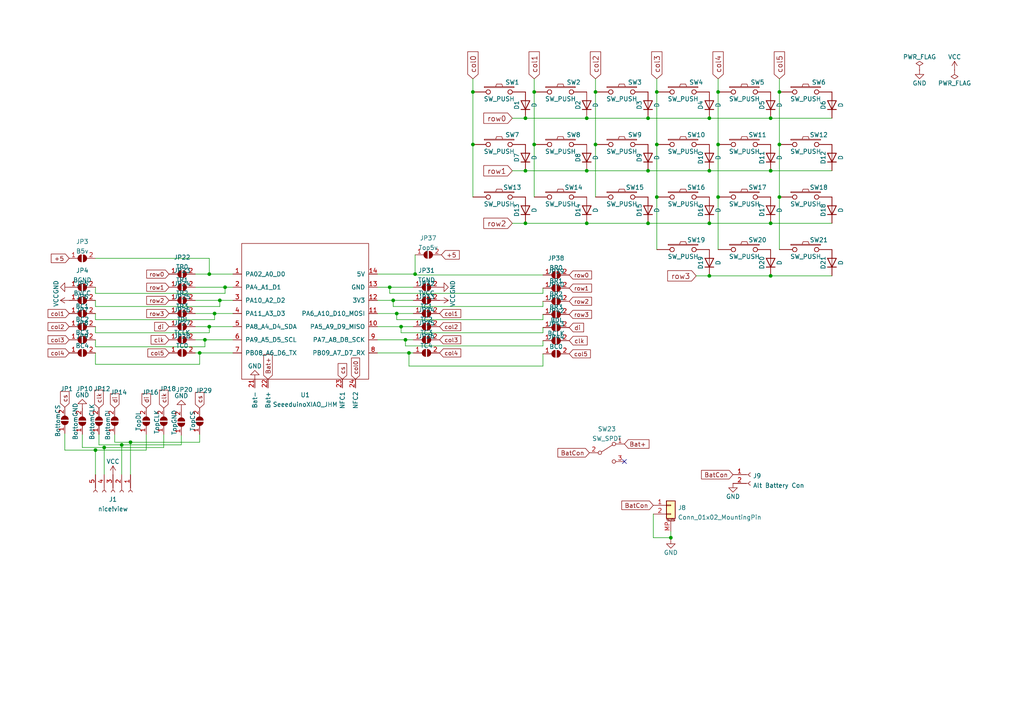
<source format=kicad_sch>
(kicad_sch (version 20211123) (generator eeschema)

  (uuid 4de8a960-f5b4-4a1a-b43c-1f6cde9ae178)

  (paper "A4")

  (title_block
    (title "Corne-XIAO Reverso")
    (date "2023-01-27")
    (rev "1.0")
    (company "J.Muller")
  )

  (lib_symbols
    (symbol "Connector:Conn_01x02_Female" (pin_names (offset 1.016) hide) (in_bom yes) (on_board yes)
      (property "Reference" "J" (id 0) (at 0 2.54 0)
        (effects (font (size 1.27 1.27)))
      )
      (property "Value" "Conn_01x02_Female" (id 1) (at 0 -5.08 0)
        (effects (font (size 1.27 1.27)))
      )
      (property "Footprint" "" (id 2) (at 0 0 0)
        (effects (font (size 1.27 1.27)) hide)
      )
      (property "Datasheet" "~" (id 3) (at 0 0 0)
        (effects (font (size 1.27 1.27)) hide)
      )
      (property "ki_keywords" "connector" (id 4) (at 0 0 0)
        (effects (font (size 1.27 1.27)) hide)
      )
      (property "ki_description" "Generic connector, single row, 01x02, script generated (kicad-library-utils/schlib/autogen/connector/)" (id 5) (at 0 0 0)
        (effects (font (size 1.27 1.27)) hide)
      )
      (property "ki_fp_filters" "Connector*:*_1x??_*" (id 6) (at 0 0 0)
        (effects (font (size 1.27 1.27)) hide)
      )
      (symbol "Conn_01x02_Female_1_1"
        (arc (start 0 -2.032) (mid -0.508 -2.54) (end 0 -3.048)
          (stroke (width 0.1524) (type default) (color 0 0 0 0))
          (fill (type none))
        )
        (polyline
          (pts
            (xy -1.27 -2.54)
            (xy -0.508 -2.54)
          )
          (stroke (width 0.1524) (type default) (color 0 0 0 0))
          (fill (type none))
        )
        (polyline
          (pts
            (xy -1.27 0)
            (xy -0.508 0)
          )
          (stroke (width 0.1524) (type default) (color 0 0 0 0))
          (fill (type none))
        )
        (arc (start 0 0.508) (mid -0.508 0) (end 0 -0.508)
          (stroke (width 0.1524) (type default) (color 0 0 0 0))
          (fill (type none))
        )
        (pin passive line (at -5.08 0 0) (length 3.81)
          (name "Pin_1" (effects (font (size 1.27 1.27))))
          (number "1" (effects (font (size 1.27 1.27))))
        )
        (pin passive line (at -5.08 -2.54 0) (length 3.81)
          (name "Pin_2" (effects (font (size 1.27 1.27))))
          (number "2" (effects (font (size 1.27 1.27))))
        )
      )
    )
    (symbol "Connector:Conn_01x05_Female" (pin_names (offset 1.016) hide) (in_bom yes) (on_board yes)
      (property "Reference" "J" (id 0) (at 0 7.62 0)
        (effects (font (size 1.27 1.27)))
      )
      (property "Value" "Conn_01x05_Female" (id 1) (at 0 -7.62 0)
        (effects (font (size 1.27 1.27)))
      )
      (property "Footprint" "" (id 2) (at 0 0 0)
        (effects (font (size 1.27 1.27)) hide)
      )
      (property "Datasheet" "~" (id 3) (at 0 0 0)
        (effects (font (size 1.27 1.27)) hide)
      )
      (property "ki_keywords" "connector" (id 4) (at 0 0 0)
        (effects (font (size 1.27 1.27)) hide)
      )
      (property "ki_description" "Generic connector, single row, 01x05, script generated (kicad-library-utils/schlib/autogen/connector/)" (id 5) (at 0 0 0)
        (effects (font (size 1.27 1.27)) hide)
      )
      (property "ki_fp_filters" "Connector*:*_1x??_*" (id 6) (at 0 0 0)
        (effects (font (size 1.27 1.27)) hide)
      )
      (symbol "Conn_01x05_Female_1_1"
        (arc (start 0 -4.572) (mid -0.508 -5.08) (end 0 -5.588)
          (stroke (width 0.1524) (type default) (color 0 0 0 0))
          (fill (type none))
        )
        (arc (start 0 -2.032) (mid -0.508 -2.54) (end 0 -3.048)
          (stroke (width 0.1524) (type default) (color 0 0 0 0))
          (fill (type none))
        )
        (polyline
          (pts
            (xy -1.27 -5.08)
            (xy -0.508 -5.08)
          )
          (stroke (width 0.1524) (type default) (color 0 0 0 0))
          (fill (type none))
        )
        (polyline
          (pts
            (xy -1.27 -2.54)
            (xy -0.508 -2.54)
          )
          (stroke (width 0.1524) (type default) (color 0 0 0 0))
          (fill (type none))
        )
        (polyline
          (pts
            (xy -1.27 0)
            (xy -0.508 0)
          )
          (stroke (width 0.1524) (type default) (color 0 0 0 0))
          (fill (type none))
        )
        (polyline
          (pts
            (xy -1.27 2.54)
            (xy -0.508 2.54)
          )
          (stroke (width 0.1524) (type default) (color 0 0 0 0))
          (fill (type none))
        )
        (polyline
          (pts
            (xy -1.27 5.08)
            (xy -0.508 5.08)
          )
          (stroke (width 0.1524) (type default) (color 0 0 0 0))
          (fill (type none))
        )
        (arc (start 0 0.508) (mid -0.508 0) (end 0 -0.508)
          (stroke (width 0.1524) (type default) (color 0 0 0 0))
          (fill (type none))
        )
        (arc (start 0 3.048) (mid -0.508 2.54) (end 0 2.032)
          (stroke (width 0.1524) (type default) (color 0 0 0 0))
          (fill (type none))
        )
        (arc (start 0 5.588) (mid -0.508 5.08) (end 0 4.572)
          (stroke (width 0.1524) (type default) (color 0 0 0 0))
          (fill (type none))
        )
        (pin passive line (at -5.08 5.08 0) (length 3.81)
          (name "Pin_1" (effects (font (size 1.27 1.27))))
          (number "1" (effects (font (size 1.27 1.27))))
        )
        (pin passive line (at -5.08 2.54 0) (length 3.81)
          (name "Pin_2" (effects (font (size 1.27 1.27))))
          (number "2" (effects (font (size 1.27 1.27))))
        )
        (pin passive line (at -5.08 0 0) (length 3.81)
          (name "Pin_3" (effects (font (size 1.27 1.27))))
          (number "3" (effects (font (size 1.27 1.27))))
        )
        (pin passive line (at -5.08 -2.54 0) (length 3.81)
          (name "Pin_4" (effects (font (size 1.27 1.27))))
          (number "4" (effects (font (size 1.27 1.27))))
        )
        (pin passive line (at -5.08 -5.08 0) (length 3.81)
          (name "Pin_5" (effects (font (size 1.27 1.27))))
          (number "5" (effects (font (size 1.27 1.27))))
        )
      )
    )
    (symbol "Connector_Generic_MountingPin:Conn_01x02_MountingPin" (pin_names (offset 1.016) hide) (in_bom yes) (on_board yes)
      (property "Reference" "J" (id 0) (at 0 2.54 0)
        (effects (font (size 1.27 1.27)))
      )
      (property "Value" "Conn_01x02_MountingPin" (id 1) (at 1.27 -5.08 0)
        (effects (font (size 1.27 1.27)) (justify left))
      )
      (property "Footprint" "" (id 2) (at 0 0 0)
        (effects (font (size 1.27 1.27)) hide)
      )
      (property "Datasheet" "~" (id 3) (at 0 0 0)
        (effects (font (size 1.27 1.27)) hide)
      )
      (property "ki_keywords" "connector" (id 4) (at 0 0 0)
        (effects (font (size 1.27 1.27)) hide)
      )
      (property "ki_description" "Generic connectable mounting pin connector, single row, 01x02, script generated (kicad-library-utils/schlib/autogen/connector/)" (id 5) (at 0 0 0)
        (effects (font (size 1.27 1.27)) hide)
      )
      (property "ki_fp_filters" "Connector*:*_1x??-1MP*" (id 6) (at 0 0 0)
        (effects (font (size 1.27 1.27)) hide)
      )
      (symbol "Conn_01x02_MountingPin_1_1"
        (rectangle (start -1.27 -2.413) (end 0 -2.667)
          (stroke (width 0.1524) (type default) (color 0 0 0 0))
          (fill (type none))
        )
        (rectangle (start -1.27 0.127) (end 0 -0.127)
          (stroke (width 0.1524) (type default) (color 0 0 0 0))
          (fill (type none))
        )
        (rectangle (start -1.27 1.27) (end 1.27 -3.81)
          (stroke (width 0.254) (type default) (color 0 0 0 0))
          (fill (type background))
        )
        (polyline
          (pts
            (xy -1.016 -4.572)
            (xy 1.016 -4.572)
          )
          (stroke (width 0.1524) (type default) (color 0 0 0 0))
          (fill (type none))
        )
        (text "Mounting" (at 0 -4.191 0)
          (effects (font (size 0.381 0.381)))
        )
        (pin passive line (at -5.08 0 0) (length 3.81)
          (name "Pin_1" (effects (font (size 1.27 1.27))))
          (number "1" (effects (font (size 1.27 1.27))))
        )
        (pin passive line (at -5.08 -2.54 0) (length 3.81)
          (name "Pin_2" (effects (font (size 1.27 1.27))))
          (number "2" (effects (font (size 1.27 1.27))))
        )
        (pin passive line (at 0 -7.62 90) (length 3.048)
          (name "MountPin" (effects (font (size 1.27 1.27))))
          (number "MP" (effects (font (size 1.27 1.27))))
        )
      )
    )
    (symbol "Device:D" (pin_numbers hide) (pin_names (offset 1.016) hide) (in_bom yes) (on_board yes)
      (property "Reference" "D" (id 0) (at 0 2.54 0)
        (effects (font (size 1.27 1.27)))
      )
      (property "Value" "D" (id 1) (at 0 -2.54 0)
        (effects (font (size 1.27 1.27)))
      )
      (property "Footprint" "" (id 2) (at 0 0 0)
        (effects (font (size 1.27 1.27)) hide)
      )
      (property "Datasheet" "~" (id 3) (at 0 0 0)
        (effects (font (size 1.27 1.27)) hide)
      )
      (property "ki_keywords" "diode" (id 4) (at 0 0 0)
        (effects (font (size 1.27 1.27)) hide)
      )
      (property "ki_description" "Diode" (id 5) (at 0 0 0)
        (effects (font (size 1.27 1.27)) hide)
      )
      (property "ki_fp_filters" "TO-???* *_Diode_* *SingleDiode* D_*" (id 6) (at 0 0 0)
        (effects (font (size 1.27 1.27)) hide)
      )
      (symbol "D_0_1"
        (polyline
          (pts
            (xy -1.27 1.27)
            (xy -1.27 -1.27)
          )
          (stroke (width 0.254) (type default) (color 0 0 0 0))
          (fill (type none))
        )
        (polyline
          (pts
            (xy 1.27 0)
            (xy -1.27 0)
          )
          (stroke (width 0) (type default) (color 0 0 0 0))
          (fill (type none))
        )
        (polyline
          (pts
            (xy 1.27 1.27)
            (xy 1.27 -1.27)
            (xy -1.27 0)
            (xy 1.27 1.27)
          )
          (stroke (width 0.254) (type default) (color 0 0 0 0))
          (fill (type none))
        )
      )
      (symbol "D_1_1"
        (pin passive line (at -3.81 0 0) (length 2.54)
          (name "K" (effects (font (size 1.27 1.27))))
          (number "1" (effects (font (size 1.27 1.27))))
        )
        (pin passive line (at 3.81 0 180) (length 2.54)
          (name "A" (effects (font (size 1.27 1.27))))
          (number "2" (effects (font (size 1.27 1.27))))
        )
      )
    )
    (symbol "Jumper:SolderJumper_2_Open" (pin_names (offset 0) hide) (in_bom yes) (on_board yes)
      (property "Reference" "JP" (id 0) (at 0 2.032 0)
        (effects (font (size 1.27 1.27)))
      )
      (property "Value" "SolderJumper_2_Open" (id 1) (at 0 -2.54 0)
        (effects (font (size 1.27 1.27)))
      )
      (property "Footprint" "" (id 2) (at 0 0 0)
        (effects (font (size 1.27 1.27)) hide)
      )
      (property "Datasheet" "~" (id 3) (at 0 0 0)
        (effects (font (size 1.27 1.27)) hide)
      )
      (property "ki_keywords" "solder jumper SPST" (id 4) (at 0 0 0)
        (effects (font (size 1.27 1.27)) hide)
      )
      (property "ki_description" "Solder Jumper, 2-pole, open" (id 5) (at 0 0 0)
        (effects (font (size 1.27 1.27)) hide)
      )
      (property "ki_fp_filters" "SolderJumper*Open*" (id 6) (at 0 0 0)
        (effects (font (size 1.27 1.27)) hide)
      )
      (symbol "SolderJumper_2_Open_0_1"
        (arc (start -0.254 1.016) (mid -1.27 0) (end -0.254 -1.016)
          (stroke (width 0) (type default) (color 0 0 0 0))
          (fill (type none))
        )
        (arc (start -0.254 1.016) (mid -1.27 0) (end -0.254 -1.016)
          (stroke (width 0) (type default) (color 0 0 0 0))
          (fill (type outline))
        )
        (polyline
          (pts
            (xy -0.254 1.016)
            (xy -0.254 -1.016)
          )
          (stroke (width 0) (type default) (color 0 0 0 0))
          (fill (type none))
        )
        (polyline
          (pts
            (xy 0.254 1.016)
            (xy 0.254 -1.016)
          )
          (stroke (width 0) (type default) (color 0 0 0 0))
          (fill (type none))
        )
        (arc (start 0.254 -1.016) (mid 1.27 0) (end 0.254 1.016)
          (stroke (width 0) (type default) (color 0 0 0 0))
          (fill (type none))
        )
        (arc (start 0.254 -1.016) (mid 1.27 0) (end 0.254 1.016)
          (stroke (width 0) (type default) (color 0 0 0 0))
          (fill (type outline))
        )
      )
      (symbol "SolderJumper_2_Open_1_1"
        (pin passive line (at -3.81 0 0) (length 2.54)
          (name "A" (effects (font (size 1.27 1.27))))
          (number "1" (effects (font (size 1.27 1.27))))
        )
        (pin passive line (at 3.81 0 180) (length 2.54)
          (name "B" (effects (font (size 1.27 1.27))))
          (number "2" (effects (font (size 1.27 1.27))))
        )
      )
    )
    (symbol "Seeeduino XIAO:SeeeduinoXIAO_JHM" (pin_names (offset 1.016)) (in_bom yes) (on_board yes)
      (property "Reference" "U" (id 0) (at -19.05 22.86 0)
        (effects (font (size 1.27 1.27)))
      )
      (property "Value" "SeeeduinoXIAO_JHM" (id 1) (at -12.7 21.59 0)
        (effects (font (size 1.27 1.27)))
      )
      (property "Footprint" "" (id 2) (at -8.89 5.08 0)
        (effects (font (size 1.27 1.27)) hide)
      )
      (property "Datasheet" "" (id 3) (at -8.89 5.08 0)
        (effects (font (size 1.27 1.27)) hide)
      )
      (symbol "SeeeduinoXIAO_JHM_0_1"
        (rectangle (start -19.05 20.32) (end 17.78 -19.05)
          (stroke (width 0) (type default) (color 0 0 0 0))
          (fill (type none))
        )
      )
      (symbol "SeeeduinoXIAO_JHM_1_1"
        (pin unspecified line (at -21.59 11.43 0) (length 2.54)
          (name "PA02_A0_D0" (effects (font (size 1.27 1.27))))
          (number "1" (effects (font (size 1.27 1.27))))
        )
        (pin unspecified line (at 20.32 -3.81 180) (length 2.54)
          (name "PA5_A9_D9_MISO" (effects (font (size 1.27 1.27))))
          (number "10" (effects (font (size 1.27 1.27))))
        )
        (pin unspecified line (at 20.32 0 180) (length 2.54)
          (name "PA6_A10_D10_MOSI" (effects (font (size 1.27 1.27))))
          (number "11" (effects (font (size 1.27 1.27))))
        )
        (pin unspecified line (at 20.32 3.81 180) (length 2.54)
          (name "3V3" (effects (font (size 1.27 1.27))))
          (number "12" (effects (font (size 1.27 1.27))))
        )
        (pin unspecified line (at 20.32 7.62 180) (length 2.54)
          (name "GND" (effects (font (size 1.27 1.27))))
          (number "13" (effects (font (size 1.27 1.27))))
        )
        (pin unspecified line (at 20.32 11.43 180) (length 2.54)
          (name "5V" (effects (font (size 1.27 1.27))))
          (number "14" (effects (font (size 1.27 1.27))))
        )
        (pin unspecified line (at -21.59 7.62 0) (length 2.54)
          (name "PA4_A1_D1" (effects (font (size 1.27 1.27))))
          (number "2" (effects (font (size 1.27 1.27))))
        )
        (pin power_in line (at -15.24 -19.05 270) (length 2.54)
          (name "Bat-" (effects (font (size 1.27 1.27))))
          (number "21" (effects (font (size 1.27 1.27))))
        )
        (pin power_in line (at -11.43 -19.05 270) (length 2.54)
          (name "Bat+" (effects (font (size 1.27 1.27))))
          (number "22" (effects (font (size 1.27 1.27))))
        )
        (pin input line (at 10.16 -19.05 270) (length 2.54)
          (name "NFC1" (effects (font (size 1.27 1.27))))
          (number "23" (effects (font (size 1.27 1.27))))
        )
        (pin input line (at 13.97 -19.05 270) (length 2.54)
          (name "NFC2" (effects (font (size 1.27 1.27))))
          (number "24" (effects (font (size 1.27 1.27))))
        )
        (pin unspecified line (at -21.59 3.81 0) (length 2.54)
          (name "PA10_A2_D2" (effects (font (size 1.27 1.27))))
          (number "3" (effects (font (size 1.27 1.27))))
        )
        (pin unspecified line (at -21.59 0 0) (length 2.54)
          (name "PA11_A3_D3" (effects (font (size 1.27 1.27))))
          (number "4" (effects (font (size 1.27 1.27))))
        )
        (pin unspecified line (at -21.59 -3.81 0) (length 2.54)
          (name "PA8_A4_D4_SDA" (effects (font (size 1.27 1.27))))
          (number "5" (effects (font (size 1.27 1.27))))
        )
        (pin unspecified line (at -21.59 -7.62 0) (length 2.54)
          (name "PA9_A5_D5_SCL" (effects (font (size 1.27 1.27))))
          (number "6" (effects (font (size 1.27 1.27))))
        )
        (pin unspecified line (at -21.59 -11.43 0) (length 2.54)
          (name "PB08_A6_D6_TX" (effects (font (size 1.27 1.27))))
          (number "7" (effects (font (size 1.27 1.27))))
        )
        (pin unspecified line (at 20.32 -11.43 180) (length 2.54)
          (name "PB09_A7_D7_RX" (effects (font (size 1.27 1.27))))
          (number "8" (effects (font (size 1.27 1.27))))
        )
        (pin unspecified line (at 20.32 -7.62 180) (length 2.54)
          (name "PA7_A8_D8_SCK" (effects (font (size 1.27 1.27))))
          (number "9" (effects (font (size 1.27 1.27))))
        )
      )
    )
    (symbol "Switch:SW_SPDT" (pin_names (offset 0) hide) (in_bom yes) (on_board yes)
      (property "Reference" "SW" (id 0) (at 0 4.318 0)
        (effects (font (size 1.27 1.27)))
      )
      (property "Value" "SW_SPDT" (id 1) (at 0 -5.08 0)
        (effects (font (size 1.27 1.27)))
      )
      (property "Footprint" "" (id 2) (at 0 0 0)
        (effects (font (size 1.27 1.27)) hide)
      )
      (property "Datasheet" "~" (id 3) (at 0 0 0)
        (effects (font (size 1.27 1.27)) hide)
      )
      (property "ki_keywords" "switch single-pole double-throw spdt ON-ON" (id 4) (at 0 0 0)
        (effects (font (size 1.27 1.27)) hide)
      )
      (property "ki_description" "Switch, single pole double throw" (id 5) (at 0 0 0)
        (effects (font (size 1.27 1.27)) hide)
      )
      (symbol "SW_SPDT_0_0"
        (circle (center -2.032 0) (radius 0.508)
          (stroke (width 0) (type default) (color 0 0 0 0))
          (fill (type none))
        )
        (circle (center 2.032 -2.54) (radius 0.508)
          (stroke (width 0) (type default) (color 0 0 0 0))
          (fill (type none))
        )
      )
      (symbol "SW_SPDT_0_1"
        (polyline
          (pts
            (xy -1.524 0.254)
            (xy 1.651 2.286)
          )
          (stroke (width 0) (type default) (color 0 0 0 0))
          (fill (type none))
        )
        (circle (center 2.032 2.54) (radius 0.508)
          (stroke (width 0) (type default) (color 0 0 0 0))
          (fill (type none))
        )
      )
      (symbol "SW_SPDT_1_1"
        (pin passive line (at 5.08 2.54 180) (length 2.54)
          (name "A" (effects (font (size 1.27 1.27))))
          (number "1" (effects (font (size 1.27 1.27))))
        )
        (pin passive line (at -5.08 0 0) (length 2.54)
          (name "B" (effects (font (size 1.27 1.27))))
          (number "2" (effects (font (size 1.27 1.27))))
        )
        (pin passive line (at 5.08 -2.54 180) (length 2.54)
          (name "C" (effects (font (size 1.27 1.27))))
          (number "3" (effects (font (size 1.27 1.27))))
        )
      )
    )
    (symbol "corne-chocolate-rescue:SW_PUSH-kbd" (pin_numbers hide) (pin_names (offset 1.016) hide) (in_bom yes) (on_board yes)
      (property "Reference" "SW" (id 0) (at 3.81 2.794 0)
        (effects (font (size 1.27 1.27)))
      )
      (property "Value" "SW_PUSH-kbd" (id 1) (at 0 -2.032 0)
        (effects (font (size 1.27 1.27)))
      )
      (property "Footprint" "" (id 2) (at 0 0 0)
        (effects (font (size 1.27 1.27)))
      )
      (property "Datasheet" "" (id 3) (at 0 0 0)
        (effects (font (size 1.27 1.27)))
      )
      (symbol "SW_PUSH-kbd_0_1"
        (rectangle (start -4.318 1.27) (end 4.318 1.524)
          (stroke (width 0) (type default) (color 0 0 0 0))
          (fill (type none))
        )
        (polyline
          (pts
            (xy -1.016 1.524)
            (xy -0.762 2.286)
            (xy 0.762 2.286)
            (xy 1.016 1.524)
          )
          (stroke (width 0) (type default) (color 0 0 0 0))
          (fill (type none))
        )
        (pin passive inverted (at -7.62 0 0) (length 5.08)
          (name "1" (effects (font (size 1.27 1.27))))
          (number "1" (effects (font (size 1.27 1.27))))
        )
        (pin passive inverted (at 7.62 0 180) (length 5.08)
          (name "2" (effects (font (size 1.27 1.27))))
          (number "2" (effects (font (size 1.27 1.27))))
        )
      )
    )
    (symbol "power:GND" (power) (pin_names (offset 0)) (in_bom yes) (on_board yes)
      (property "Reference" "#PWR" (id 0) (at 0 -6.35 0)
        (effects (font (size 1.27 1.27)) hide)
      )
      (property "Value" "GND" (id 1) (at 0 -3.81 0)
        (effects (font (size 1.27 1.27)))
      )
      (property "Footprint" "" (id 2) (at 0 0 0)
        (effects (font (size 1.27 1.27)) hide)
      )
      (property "Datasheet" "" (id 3) (at 0 0 0)
        (effects (font (size 1.27 1.27)) hide)
      )
      (property "ki_keywords" "power-flag" (id 4) (at 0 0 0)
        (effects (font (size 1.27 1.27)) hide)
      )
      (property "ki_description" "Power symbol creates a global label with name \"GND\" , ground" (id 5) (at 0 0 0)
        (effects (font (size 1.27 1.27)) hide)
      )
      (symbol "GND_0_1"
        (polyline
          (pts
            (xy 0 0)
            (xy 0 -1.27)
            (xy 1.27 -1.27)
            (xy 0 -2.54)
            (xy -1.27 -1.27)
            (xy 0 -1.27)
          )
          (stroke (width 0) (type default) (color 0 0 0 0))
          (fill (type none))
        )
      )
      (symbol "GND_1_1"
        (pin power_in line (at 0 0 270) (length 0) hide
          (name "GND" (effects (font (size 1.27 1.27))))
          (number "1" (effects (font (size 1.27 1.27))))
        )
      )
    )
    (symbol "power:PWR_FLAG" (power) (pin_numbers hide) (pin_names (offset 0) hide) (in_bom yes) (on_board yes)
      (property "Reference" "#FLG" (id 0) (at 0 1.905 0)
        (effects (font (size 1.27 1.27)) hide)
      )
      (property "Value" "PWR_FLAG" (id 1) (at 0 3.81 0)
        (effects (font (size 1.27 1.27)))
      )
      (property "Footprint" "" (id 2) (at 0 0 0)
        (effects (font (size 1.27 1.27)) hide)
      )
      (property "Datasheet" "~" (id 3) (at 0 0 0)
        (effects (font (size 1.27 1.27)) hide)
      )
      (property "ki_keywords" "power-flag" (id 4) (at 0 0 0)
        (effects (font (size 1.27 1.27)) hide)
      )
      (property "ki_description" "Special symbol for telling ERC where power comes from" (id 5) (at 0 0 0)
        (effects (font (size 1.27 1.27)) hide)
      )
      (symbol "PWR_FLAG_0_0"
        (pin power_out line (at 0 0 90) (length 0)
          (name "pwr" (effects (font (size 1.27 1.27))))
          (number "1" (effects (font (size 1.27 1.27))))
        )
      )
      (symbol "PWR_FLAG_0_1"
        (polyline
          (pts
            (xy 0 0)
            (xy 0 1.27)
            (xy -1.016 1.905)
            (xy 0 2.54)
            (xy 1.016 1.905)
            (xy 0 1.27)
          )
          (stroke (width 0) (type default) (color 0 0 0 0))
          (fill (type none))
        )
      )
    )
    (symbol "power:VCC" (power) (pin_names (offset 0)) (in_bom yes) (on_board yes)
      (property "Reference" "#PWR" (id 0) (at 0 -3.81 0)
        (effects (font (size 1.27 1.27)) hide)
      )
      (property "Value" "VCC" (id 1) (at 0 3.81 0)
        (effects (font (size 1.27 1.27)))
      )
      (property "Footprint" "" (id 2) (at 0 0 0)
        (effects (font (size 1.27 1.27)) hide)
      )
      (property "Datasheet" "" (id 3) (at 0 0 0)
        (effects (font (size 1.27 1.27)) hide)
      )
      (property "ki_keywords" "power-flag" (id 4) (at 0 0 0)
        (effects (font (size 1.27 1.27)) hide)
      )
      (property "ki_description" "Power symbol creates a global label with name \"VCC\"" (id 5) (at 0 0 0)
        (effects (font (size 1.27 1.27)) hide)
      )
      (symbol "VCC_0_1"
        (polyline
          (pts
            (xy -0.762 1.27)
            (xy 0 2.54)
          )
          (stroke (width 0) (type default) (color 0 0 0 0))
          (fill (type none))
        )
        (polyline
          (pts
            (xy 0 0)
            (xy 0 2.54)
          )
          (stroke (width 0) (type default) (color 0 0 0 0))
          (fill (type none))
        )
        (polyline
          (pts
            (xy 0 2.54)
            (xy 0.762 1.27)
          )
          (stroke (width 0) (type default) (color 0 0 0 0))
          (fill (type none))
        )
      )
      (symbol "VCC_1_1"
        (pin power_in line (at 0 0 90) (length 0) hide
          (name "VCC" (effects (font (size 1.27 1.27))))
          (number "1" (effects (font (size 1.27 1.27))))
        )
      )
    )
  )

  (junction (at 120.396 79.502) (diameter 0) (color 0 0 0 0)
    (uuid 0488f0ac-7795-468d-8ff7-2855d77a1ce0)
  )
  (junction (at 190.5 57.15) (diameter 0) (color 0 0 0 0)
    (uuid 0567dae1-cf2c-438a-99dc-8576c8bfdd09)
  )
  (junction (at 194.564 155.956) (diameter 0) (color 0 0 0 0)
    (uuid 05cbc45a-5797-41e3-9dab-9ba9338614fa)
  )
  (junction (at 226.06 57.15) (diameter 0) (color 0 0 0 0)
    (uuid 120a354c-ed84-4ffa-8d57-57ef21ec7851)
  )
  (junction (at 57.912 102.362) (diameter 0) (color 0 0 0 0)
    (uuid 1d82f390-671f-4dbf-a265-1ae8bf396e0e)
  )
  (junction (at 30.226 129.794) (diameter 0) (color 0 0 0 0)
    (uuid 1f70bac1-810f-4dce-938f-c03a139ad31d)
  )
  (junction (at 115.062 90.932) (diameter 0) (color 0 0 0 0)
    (uuid 26f3841b-35ff-46fc-9096-e0487fc874f5)
  )
  (junction (at 170.18 34.29) (diameter 0) (color 0 0 0 0)
    (uuid 296a6213-c6ea-4326-a7f2-eb8f12f47af9)
  )
  (junction (at 172.72 26.67) (diameter 0) (color 0 0 0 0)
    (uuid 32e6946a-a8db-4723-8725-fe4862ef90c1)
  )
  (junction (at 205.74 34.29) (diameter 0) (color 0 0 0 0)
    (uuid 38547246-37da-4a13-8e1d-d68716425811)
  )
  (junction (at 60.706 94.742) (diameter 0) (color 0 0 0 0)
    (uuid 3aa75626-322e-47d4-8c03-979d29f8cd86)
  )
  (junction (at 37.846 128.27) (diameter 0) (color 0 0 0 0)
    (uuid 4207bd6d-d008-4a94-9365-87678c12ce3e)
  )
  (junction (at 117.602 98.552) (diameter 0) (color 0 0 0 0)
    (uuid 43aea500-dc32-4937-8423-e674856682bb)
  )
  (junction (at 172.72 41.91) (diameter 0) (color 0 0 0 0)
    (uuid 5219d1a6-d5f9-4d1e-ab89-e652cc7be982)
  )
  (junction (at 205.74 64.77) (diameter 0) (color 0 0 0 0)
    (uuid 659df58f-7289-48cd-91e4-be411bcf75e6)
  )
  (junction (at 65.278 83.312) (diameter 0) (color 0 0 0 0)
    (uuid 6cca276b-94f7-413f-9e3c-55f6eb35f27b)
  )
  (junction (at 208.28 26.67) (diameter 0) (color 0 0 0 0)
    (uuid 6fb3f2e2-5e5e-4ae9-a590-93a6bc8d6453)
  )
  (junction (at 27.686 130.556) (diameter 0) (color 0 0 0 0)
    (uuid 719e7bbf-c0b2-47de-abbc-e9d56df4d2c4)
  )
  (junction (at 118.618 102.362) (diameter 0) (color 0 0 0 0)
    (uuid 74a6ee55-6feb-4b7f-bf3c-2dc77be7c2b5)
  )
  (junction (at 187.96 64.77) (diameter 0) (color 0 0 0 0)
    (uuid 7e572a4b-d3e6-485b-9d2a-5212dc708a17)
  )
  (junction (at 154.94 41.91) (diameter 0) (color 0 0 0 0)
    (uuid 7f471642-1233-423c-8a36-6c83b062a83f)
  )
  (junction (at 35.306 129.032) (diameter 0) (color 0 0 0 0)
    (uuid 806d7371-363f-43b3-9282-6eaad2bd2d26)
  )
  (junction (at 223.52 34.29) (diameter 0) (color 0 0 0 0)
    (uuid 8a65af8b-70e2-4cee-a662-498bb46d4385)
  )
  (junction (at 170.18 49.53) (diameter 0) (color 0 0 0 0)
    (uuid 8cab096b-6407-4df1-91d2-2c2e764f4974)
  )
  (junction (at 223.52 49.53) (diameter 0) (color 0 0 0 0)
    (uuid 958e612c-2534-41fa-a9ef-497dbfd18d46)
  )
  (junction (at 152.4 49.53) (diameter 0) (color 0 0 0 0)
    (uuid 985fdb4e-025c-4ab7-8c14-94e7fe05a34b)
  )
  (junction (at 223.52 64.77) (diameter 0) (color 0 0 0 0)
    (uuid a0a149d8-b840-4f9c-acc4-684f7449df6a)
  )
  (junction (at 137.16 41.91) (diameter 0) (color 0 0 0 0)
    (uuid a1187f55-85ee-4139-84c6-eded98af449a)
  )
  (junction (at 208.28 41.91) (diameter 0) (color 0 0 0 0)
    (uuid a14e8fd7-3d60-4636-acd5-9d9fa32a710c)
  )
  (junction (at 190.5 26.67) (diameter 0) (color 0 0 0 0)
    (uuid a42762ae-33b2-425d-aa2c-10445b69f1d9)
  )
  (junction (at 152.4 64.77) (diameter 0) (color 0 0 0 0)
    (uuid a698b5e4-5afe-4d86-af0d-dc1e00b5fdf2)
  )
  (junction (at 137.16 26.67) (diameter 0) (color 0 0 0 0)
    (uuid a8fa7dc2-8c53-483a-bce9-726ab66e8856)
  )
  (junction (at 114.046 87.122) (diameter 0) (color 0 0 0 0)
    (uuid aa83c87b-bb83-41c8-b1d6-d1bc52c13035)
  )
  (junction (at 154.94 26.67) (diameter 0) (color 0 0 0 0)
    (uuid ab001586-105e-41d2-8afc-63b528c8ab0c)
  )
  (junction (at 208.28 57.15) (diameter 0) (color 0 0 0 0)
    (uuid b13563cd-ec20-46a1-9408-1a60bd4450ca)
  )
  (junction (at 226.06 41.91) (diameter 0) (color 0 0 0 0)
    (uuid b3e63010-8631-4793-b2f4-15f3fd42a5cb)
  )
  (junction (at 226.06 26.67) (diameter 0) (color 0 0 0 0)
    (uuid b7feb42c-c12b-4e84-ada7-5d2053e32967)
  )
  (junction (at 205.74 80.01) (diameter 0) (color 0 0 0 0)
    (uuid b9f30014-c5c6-45bd-84da-8446bd171b11)
  )
  (junction (at 60.706 79.502) (diameter 0) (color 0 0 0 0)
    (uuid ba36c6f5-f656-461e-838a-40e9c90c8e2e)
  )
  (junction (at 113.03 83.312) (diameter 0) (color 0 0 0 0)
    (uuid bea2dbb4-099d-4146-afff-60e88462de22)
  )
  (junction (at 205.74 49.53) (diameter 0) (color 0 0 0 0)
    (uuid c69945dc-f5b9-463e-8515-64ad88eed3c0)
  )
  (junction (at 187.96 34.29) (diameter 0) (color 0 0 0 0)
    (uuid c8b14190-fb97-43d0-945e-94941444a0f3)
  )
  (junction (at 187.96 49.53) (diameter 0) (color 0 0 0 0)
    (uuid c95cb1ab-7d0e-453f-96af-0d1b49c9da22)
  )
  (junction (at 223.52 80.01) (diameter 0) (color 0 0 0 0)
    (uuid cee4c27e-5124-4264-bb32-a659eef7c79f)
  )
  (junction (at 63.754 87.122) (diameter 0) (color 0 0 0 0)
    (uuid e0cd8d7b-efb5-4205-b13b-db1d3e2606e2)
  )
  (junction (at 59.436 98.552) (diameter 0) (color 0 0 0 0)
    (uuid e34f3b7c-f95d-4304-9d6b-bf47dee37362)
  )
  (junction (at 190.5 41.91) (diameter 0) (color 0 0 0 0)
    (uuid e4e237d9-03d2-4e94-8d05-f0ac14208e27)
  )
  (junction (at 62.23 90.932) (diameter 0) (color 0 0 0 0)
    (uuid e891708c-54f2-45fd-bfad-57f314d8cc18)
  )
  (junction (at 116.332 94.742) (diameter 0) (color 0 0 0 0)
    (uuid e9e88504-9527-4479-a4fc-483b95b11399)
  )
  (junction (at 170.18 64.77) (diameter 0) (color 0 0 0 0)
    (uuid f802b0f1-39dd-41a7-8b30-9af1c7ce8ad8)
  )
  (junction (at 152.4 34.29) (diameter 0) (color 0 0 0 0)
    (uuid ffc34649-c62d-4c75-8db6-1fd0142d7864)
  )

  (no_connect (at 181.102 133.858) (uuid a344b9ee-3c6e-4ac3-bb9c-82a0df86b35a))

  (wire (pts (xy 27.686 94.742) (xy 27.686 96.52))
    (stroke (width 0) (type default) (color 0 0 0 0))
    (uuid 050cdd30-1304-480a-8c6c-1df788a25620)
  )
  (wire (pts (xy 113.03 83.312) (xy 119.888 83.312))
    (stroke (width 0) (type default) (color 0 0 0 0))
    (uuid 073bd6ff-0e34-40e7-8c82-6911d3c3d4ae)
  )
  (wire (pts (xy 157.48 106.172) (xy 118.618 106.172))
    (stroke (width 0) (type default) (color 0 0 0 0))
    (uuid 08127258-bb0c-40e1-8fa8-60e83cf0dbe3)
  )
  (wire (pts (xy 109.474 102.362) (xy 118.618 102.362))
    (stroke (width 0) (type default) (color 0 0 0 0))
    (uuid 089cb049-1a37-45dc-9501-99c6e6e18f2b)
  )
  (wire (pts (xy 117.602 100.33) (xy 117.602 98.552))
    (stroke (width 0) (type default) (color 0 0 0 0))
    (uuid 0943844e-e9db-4bb4-9759-6355fae23bd3)
  )
  (wire (pts (xy 52.578 129.032) (xy 35.306 129.032))
    (stroke (width 0) (type default) (color 0 0 0 0))
    (uuid 0b29f156-e1bf-4f2e-90b8-4b1695beea34)
  )
  (wire (pts (xy 226.06 57.15) (xy 226.06 72.39))
    (stroke (width 0) (type default) (color 0 0 0 0))
    (uuid 0c237dca-4a91-41b1-8f85-7b5328bb9bd7)
  )
  (wire (pts (xy 47.498 129.794) (xy 30.226 129.794))
    (stroke (width 0) (type default) (color 0 0 0 0))
    (uuid 0e3e426b-bdd1-405f-a609-aebf1c38774a)
  )
  (wire (pts (xy 109.474 98.552) (xy 117.602 98.552))
    (stroke (width 0) (type default) (color 0 0 0 0))
    (uuid 13959b12-b9ec-4ba7-95a8-a4d537f5acd0)
  )
  (wire (pts (xy 114.046 88.9) (xy 114.046 87.122))
    (stroke (width 0) (type default) (color 0 0 0 0))
    (uuid 154dc186-249e-4c4f-b6f6-825fbd399522)
  )
  (wire (pts (xy 118.618 106.172) (xy 118.618 102.362))
    (stroke (width 0) (type default) (color 0 0 0 0))
    (uuid 1911b98c-3d69-4659-8a6f-4d128c0fa47a)
  )
  (wire (pts (xy 187.96 49.53) (xy 205.74 49.53))
    (stroke (width 0) (type default) (color 0 0 0 0))
    (uuid 1dec49a1-6b2a-483e-8ec8-4d81057f6b3b)
  )
  (wire (pts (xy 152.4 49.53) (xy 170.18 49.53))
    (stroke (width 0) (type default) (color 0 0 0 0))
    (uuid 1e9a0123-b9c5-44cf-9937-b3d472080ee7)
  )
  (wire (pts (xy 33.274 128.27) (xy 37.846 128.27))
    (stroke (width 0) (type default) (color 0 0 0 0))
    (uuid 1f2d46b8-3c28-4f51-9bfe-454a4359d30d)
  )
  (wire (pts (xy 27.686 87.122) (xy 27.686 88.9))
    (stroke (width 0) (type default) (color 0 0 0 0))
    (uuid 1ff24efe-003b-415f-9cd6-fb785a650521)
  )
  (wire (pts (xy 194.564 155.956) (xy 194.564 156.464))
    (stroke (width 0) (type default) (color 0 0 0 0))
    (uuid 22498e3c-3879-4cf5-941c-d06af18d6d91)
  )
  (wire (pts (xy 60.706 79.502) (xy 67.564 79.502))
    (stroke (width 0) (type default) (color 0 0 0 0))
    (uuid 2358b1d5-60b7-4470-ad90-3636b290e2fd)
  )
  (wire (pts (xy 157.48 88.9) (xy 114.046 88.9))
    (stroke (width 0) (type default) (color 0 0 0 0))
    (uuid 254033bc-1539-40d3-b1db-2728f84a5229)
  )
  (wire (pts (xy 63.754 88.9) (xy 63.754 87.122))
    (stroke (width 0) (type default) (color 0 0 0 0))
    (uuid 255fb508-a139-4e7f-8e28-593db83a9f2e)
  )
  (wire (pts (xy 57.912 105.664) (xy 57.912 102.362))
    (stroke (width 0) (type default) (color 0 0 0 0))
    (uuid 26b34b42-3911-4c65-ab0a-74daa3006447)
  )
  (wire (pts (xy 56.642 79.502) (xy 60.706 79.502))
    (stroke (width 0) (type default) (color 0 0 0 0))
    (uuid 27064d4e-e7cd-4d45-800e-a85c9a08472c)
  )
  (wire (pts (xy 27.686 88.9) (xy 63.754 88.9))
    (stroke (width 0) (type default) (color 0 0 0 0))
    (uuid 2831e727-5c00-4fdd-8b96-93a77146bad8)
  )
  (wire (pts (xy 157.48 92.71) (xy 115.062 92.71))
    (stroke (width 0) (type default) (color 0 0 0 0))
    (uuid 2a8a4b54-06f4-452b-b941-b3ffbe5e883a)
  )
  (wire (pts (xy 62.23 90.932) (xy 67.564 90.932))
    (stroke (width 0) (type default) (color 0 0 0 0))
    (uuid 2c97e733-6898-405d-8fd8-608bddfb59a7)
  )
  (wire (pts (xy 157.48 100.33) (xy 117.602 100.33))
    (stroke (width 0) (type default) (color 0 0 0 0))
    (uuid 2db8b3b4-dbae-4a17-a6c4-9453c11df1de)
  )
  (wire (pts (xy 189.484 149.098) (xy 189.484 155.956))
    (stroke (width 0) (type default) (color 0 0 0 0))
    (uuid 2df8a202-efd6-4b1d-ac93-c3b559434bbb)
  )
  (wire (pts (xy 226.06 22.86) (xy 226.06 26.67))
    (stroke (width 0) (type default) (color 0 0 0 0))
    (uuid 306158a1-55c7-4553-a43d-98e6899a2da3)
  )
  (wire (pts (xy 157.48 102.616) (xy 157.48 106.172))
    (stroke (width 0) (type default) (color 0 0 0 0))
    (uuid 335710c1-822f-4345-b519-49fc3241b94c)
  )
  (wire (pts (xy 27.686 130.556) (xy 27.686 137.668))
    (stroke (width 0) (type default) (color 0 0 0 0))
    (uuid 359a65ce-8d46-49a6-8691-d29cb94a6e24)
  )
  (wire (pts (xy 113.03 85.09) (xy 113.03 83.312))
    (stroke (width 0) (type default) (color 0 0 0 0))
    (uuid 35d84490-ed35-43d4-8c9b-504b7d7de938)
  )
  (wire (pts (xy 208.28 57.15) (xy 208.28 72.39))
    (stroke (width 0) (type default) (color 0 0 0 0))
    (uuid 366c4971-c9f8-4584-9858-4f05930236f2)
  )
  (wire (pts (xy 157.48 96.52) (xy 116.332 96.52))
    (stroke (width 0) (type default) (color 0 0 0 0))
    (uuid 378ab401-250f-4b15-b63a-633ef043e6a0)
  )
  (wire (pts (xy 208.28 26.67) (xy 208.28 41.91))
    (stroke (width 0) (type default) (color 0 0 0 0))
    (uuid 37a5e57d-2f1c-4c63-a254-c52ba5374252)
  )
  (wire (pts (xy 37.846 128.27) (xy 37.846 137.668))
    (stroke (width 0) (type default) (color 0 0 0 0))
    (uuid 37c0d8fc-0100-42b4-a441-118edb1cabbd)
  )
  (wire (pts (xy 226.06 26.67) (xy 226.06 41.91))
    (stroke (width 0) (type default) (color 0 0 0 0))
    (uuid 41e337e2-8bb5-4b7b-bff1-965426e30326)
  )
  (wire (pts (xy 47.498 125.984) (xy 47.498 129.794))
    (stroke (width 0) (type default) (color 0 0 0 0))
    (uuid 42ea6df8-6ad7-4a48-a860-9865d99a1cf3)
  )
  (wire (pts (xy 190.5 57.15) (xy 190.5 72.39))
    (stroke (width 0) (type default) (color 0 0 0 0))
    (uuid 430c890a-5f4f-486f-b812-bed12bdeb4d5)
  )
  (wire (pts (xy 56.642 87.122) (xy 63.754 87.122))
    (stroke (width 0) (type default) (color 0 0 0 0))
    (uuid 45af6c67-8717-483c-aff8-cca59340a45a)
  )
  (wire (pts (xy 23.876 129.794) (xy 30.226 129.794))
    (stroke (width 0) (type default) (color 0 0 0 0))
    (uuid 47a6bb92-393c-4880-bc41-6fbeebb1085f)
  )
  (wire (pts (xy 157.48 98.806) (xy 157.48 100.33))
    (stroke (width 0) (type default) (color 0 0 0 0))
    (uuid 48dda84e-4a3e-495c-b7e1-5e05cef36ad4)
  )
  (wire (pts (xy 205.74 80.01) (xy 223.52 80.01))
    (stroke (width 0) (type default) (color 0 0 0 0))
    (uuid 4cf9cc02-cf3d-4ee4-b8f3-1418bc753918)
  )
  (wire (pts (xy 205.74 49.53) (xy 223.52 49.53))
    (stroke (width 0) (type default) (color 0 0 0 0))
    (uuid 4e12eec2-7795-4631-83a0-a98a85398b0c)
  )
  (wire (pts (xy 115.062 90.932) (xy 119.888 90.932))
    (stroke (width 0) (type default) (color 0 0 0 0))
    (uuid 4e79c178-86e8-4fb0-8f1d-3f78623658f9)
  )
  (wire (pts (xy 56.642 83.312) (xy 65.278 83.312))
    (stroke (width 0) (type default) (color 0 0 0 0))
    (uuid 537d227d-8aab-48d8-bafb-b3463354ed3e)
  )
  (wire (pts (xy 56.642 90.932) (xy 62.23 90.932))
    (stroke (width 0) (type default) (color 0 0 0 0))
    (uuid 57156785-228d-4008-bb9c-d4fcb52864e9)
  )
  (wire (pts (xy 137.16 26.67) (xy 137.16 41.91))
    (stroke (width 0) (type default) (color 0 0 0 0))
    (uuid 598f8aee-2c73-4ff7-8063-a146844bd001)
  )
  (wire (pts (xy 152.4 64.77) (xy 170.18 64.77))
    (stroke (width 0) (type default) (color 0 0 0 0))
    (uuid 5af8ab7e-36c8-4dc6-8b52-217f961ea81f)
  )
  (wire (pts (xy 223.52 64.77) (xy 241.3 64.77))
    (stroke (width 0) (type default) (color 0 0 0 0))
    (uuid 5b650344-38f0-419a-95d5-7363522fbb48)
  )
  (wire (pts (xy 120.396 73.914) (xy 120.396 79.502))
    (stroke (width 0) (type default) (color 0 0 0 0))
    (uuid 5eb02ec7-b4b5-4dca-a19e-7ab3e7b9b0c9)
  )
  (wire (pts (xy 117.602 98.552) (xy 119.888 98.552))
    (stroke (width 0) (type default) (color 0 0 0 0))
    (uuid 624e920c-a42f-4ee3-bc1f-3a878564cda0)
  )
  (wire (pts (xy 30.226 129.794) (xy 30.226 137.668))
    (stroke (width 0) (type default) (color 0 0 0 0))
    (uuid 65022d1e-9b84-48cd-93db-6c205c93ce82)
  )
  (wire (pts (xy 223.52 34.29) (xy 241.3 34.29))
    (stroke (width 0) (type default) (color 0 0 0 0))
    (uuid 68967638-e31c-427b-887e-0066a60642b4)
  )
  (wire (pts (xy 28.702 129.032) (xy 35.306 129.032))
    (stroke (width 0) (type default) (color 0 0 0 0))
    (uuid 6b17b55a-ff47-4bd7-9c03-1419cc6d63d3)
  )
  (wire (pts (xy 62.23 92.71) (xy 62.23 90.932))
    (stroke (width 0) (type default) (color 0 0 0 0))
    (uuid 6bf23ca6-62bb-4e9c-97bf-834b8c4134dc)
  )
  (wire (pts (xy 205.74 64.77) (xy 223.52 64.77))
    (stroke (width 0) (type default) (color 0 0 0 0))
    (uuid 6dcde25c-61c1-42de-ac5a-94d5611ab941)
  )
  (wire (pts (xy 56.642 102.362) (xy 57.912 102.362))
    (stroke (width 0) (type default) (color 0 0 0 0))
    (uuid 6dd46d2b-604c-4290-95a9-319e3cec5ff9)
  )
  (wire (pts (xy 109.474 87.122) (xy 114.046 87.122))
    (stroke (width 0) (type default) (color 0 0 0 0))
    (uuid 70e4aa5e-1bab-4ae2-93c8-a81cf7182c73)
  )
  (wire (pts (xy 60.706 74.93) (xy 60.706 79.502))
    (stroke (width 0) (type default) (color 0 0 0 0))
    (uuid 71a717a0-83f4-481c-adf7-2fb8dbdf85da)
  )
  (wire (pts (xy 190.5 26.67) (xy 190.5 41.91))
    (stroke (width 0) (type default) (color 0 0 0 0))
    (uuid 72375027-6e12-4e5a-a9bd-4a71079b73fc)
  )
  (wire (pts (xy 157.48 94.996) (xy 157.48 96.52))
    (stroke (width 0) (type default) (color 0 0 0 0))
    (uuid 731aea1e-3e92-458c-8eee-7dde79352436)
  )
  (wire (pts (xy 27.686 98.552) (xy 27.686 100.584))
    (stroke (width 0) (type default) (color 0 0 0 0))
    (uuid 733cdabc-8002-4361-8d2a-d8d24ec9a987)
  )
  (wire (pts (xy 63.754 87.122) (xy 67.564 87.122))
    (stroke (width 0) (type default) (color 0 0 0 0))
    (uuid 73b1f89f-d84b-4ce4-a396-13e0f83259be)
  )
  (wire (pts (xy 65.278 85.09) (xy 65.278 83.312))
    (stroke (width 0) (type default) (color 0 0 0 0))
    (uuid 73fe6177-d594-4e28-9a90-21620e5517e2)
  )
  (wire (pts (xy 157.48 91.186) (xy 157.48 92.71))
    (stroke (width 0) (type default) (color 0 0 0 0))
    (uuid 74e60dda-4b03-4c4a-bb2d-771e914ca072)
  )
  (wire (pts (xy 27.686 74.93) (xy 60.706 74.93))
    (stroke (width 0) (type default) (color 0 0 0 0))
    (uuid 774fc939-9fff-438e-9d39-92e572bf8ef5)
  )
  (wire (pts (xy 27.686 100.584) (xy 59.436 100.584))
    (stroke (width 0) (type default) (color 0 0 0 0))
    (uuid 7f30de61-561a-4b4c-a4ae-75abf0c7832e)
  )
  (wire (pts (xy 27.686 83.312) (xy 27.686 85.09))
    (stroke (width 0) (type default) (color 0 0 0 0))
    (uuid 80f3904e-5672-458e-a210-e3109316440b)
  )
  (wire (pts (xy 226.06 41.91) (xy 226.06 57.15))
    (stroke (width 0) (type default) (color 0 0 0 0))
    (uuid 8376e4bb-17a3-474c-a67d-76127d5cdf61)
  )
  (wire (pts (xy 194.564 154.178) (xy 194.564 155.956))
    (stroke (width 0) (type default) (color 0 0 0 0))
    (uuid 84672dee-a300-4fc9-8b3d-b9e950e6ac89)
  )
  (wire (pts (xy 137.16 22.86) (xy 137.16 26.67))
    (stroke (width 0) (type default) (color 0 0 0 0))
    (uuid 846afb09-5d58-4b58-926c-704fca252a43)
  )
  (wire (pts (xy 170.18 49.53) (xy 187.96 49.53))
    (stroke (width 0) (type default) (color 0 0 0 0))
    (uuid 85360436-4d0d-473a-ba3e-764f1b6ed88a)
  )
  (wire (pts (xy 57.912 102.362) (xy 67.564 102.362))
    (stroke (width 0) (type default) (color 0 0 0 0))
    (uuid 857c52b9-6c8d-4bb8-999a-0b9afd947b93)
  )
  (wire (pts (xy 118.618 102.362) (xy 119.888 102.362))
    (stroke (width 0) (type default) (color 0 0 0 0))
    (uuid 88b426b6-ee79-43b0-b8b7-fe72a3d0a10e)
  )
  (wire (pts (xy 187.96 34.29) (xy 205.74 34.29))
    (stroke (width 0) (type default) (color 0 0 0 0))
    (uuid 892d1f64-60cd-431f-98d6-595e3ee32d81)
  )
  (wire (pts (xy 27.686 96.52) (xy 60.706 96.52))
    (stroke (width 0) (type default) (color 0 0 0 0))
    (uuid 8991235b-b65c-4b0d-afe2-5387d4b856e0)
  )
  (wire (pts (xy 223.52 49.53) (xy 241.3 49.53))
    (stroke (width 0) (type default) (color 0 0 0 0))
    (uuid 8c93f0ff-2ea9-4959-922d-90fc68acfed2)
  )
  (wire (pts (xy 18.796 130.556) (xy 27.686 130.556))
    (stroke (width 0) (type default) (color 0 0 0 0))
    (uuid 9136150c-6d09-48b8-84b3-511c5a57fbe7)
  )
  (wire (pts (xy 109.474 90.932) (xy 115.062 90.932))
    (stroke (width 0) (type default) (color 0 0 0 0))
    (uuid 929fa9b5-4cbf-401f-8cc8-e8dffb3f050d)
  )
  (wire (pts (xy 59.436 98.552) (xy 67.564 98.552))
    (stroke (width 0) (type default) (color 0 0 0 0))
    (uuid 95388ce5-1788-45a1-b911-b1db38084420)
  )
  (wire (pts (xy 148.59 34.29) (xy 152.4 34.29))
    (stroke (width 0) (type default) (color 0 0 0 0))
    (uuid 954697e5-6b16-4bb1-8073-5b7131fae183)
  )
  (wire (pts (xy 57.912 128.27) (xy 37.846 128.27))
    (stroke (width 0) (type default) (color 0 0 0 0))
    (uuid 95fa42dd-96a2-465b-9ae3-c18fd0c8ddbe)
  )
  (wire (pts (xy 35.306 129.032) (xy 35.306 137.668))
    (stroke (width 0) (type default) (color 0 0 0 0))
    (uuid 9600a55c-64e5-4ffc-96ba-2cdaaad10775)
  )
  (wire (pts (xy 172.72 22.86) (xy 172.72 26.67))
    (stroke (width 0) (type default) (color 0 0 0 0))
    (uuid 9bdcf52c-af45-4c48-9e3e-a9d135508414)
  )
  (wire (pts (xy 56.642 94.742) (xy 60.706 94.742))
    (stroke (width 0) (type default) (color 0 0 0 0))
    (uuid 9bee2b71-e653-410d-adca-64623c6bf375)
  )
  (wire (pts (xy 152.4 34.29) (xy 170.18 34.29))
    (stroke (width 0) (type default) (color 0 0 0 0))
    (uuid 9eeffedc-e90c-43de-9530-96e8d5d34d34)
  )
  (wire (pts (xy 189.484 155.956) (xy 194.564 155.956))
    (stroke (width 0) (type default) (color 0 0 0 0))
    (uuid 9efd1f88-ff91-4cb6-bbb3-fb10e39041ad)
  )
  (wire (pts (xy 60.706 96.52) (xy 60.706 94.742))
    (stroke (width 0) (type default) (color 0 0 0 0))
    (uuid a15f98fb-9e7c-446c-9c24-324b0a8b1b3b)
  )
  (wire (pts (xy 114.046 87.122) (xy 119.888 87.122))
    (stroke (width 0) (type default) (color 0 0 0 0))
    (uuid a28caffe-98e2-49ba-83ad-58de7586eea0)
  )
  (wire (pts (xy 154.94 26.67) (xy 154.94 41.91))
    (stroke (width 0) (type default) (color 0 0 0 0))
    (uuid a5b564db-6bc3-4c1e-92fa-581399439d2c)
  )
  (wire (pts (xy 28.702 125.984) (xy 28.702 129.032))
    (stroke (width 0) (type default) (color 0 0 0 0))
    (uuid a5e25871-eb71-4f84-8c6d-f1c202468d89)
  )
  (wire (pts (xy 172.72 41.91) (xy 172.72 57.15))
    (stroke (width 0) (type default) (color 0 0 0 0))
    (uuid a89026d0-f8d7-4cd0-a895-8f38465ed793)
  )
  (wire (pts (xy 148.59 64.77) (xy 152.4 64.77))
    (stroke (width 0) (type default) (color 0 0 0 0))
    (uuid aa7d579c-d28d-42ce-8073-e4805b25a7d9)
  )
  (wire (pts (xy 154.94 22.86) (xy 154.94 26.67))
    (stroke (width 0) (type default) (color 0 0 0 0))
    (uuid abf883cc-96d3-4e27-be7f-0dd73939b259)
  )
  (wire (pts (xy 109.474 94.742) (xy 116.332 94.742))
    (stroke (width 0) (type default) (color 0 0 0 0))
    (uuid ace6d2b9-405d-4e56-a056-3758d560d30e)
  )
  (wire (pts (xy 205.74 34.29) (xy 223.52 34.29))
    (stroke (width 0) (type default) (color 0 0 0 0))
    (uuid ad16bd38-3390-4fbd-acfc-abcd1768c055)
  )
  (wire (pts (xy 157.48 85.09) (xy 113.03 85.09))
    (stroke (width 0) (type default) (color 0 0 0 0))
    (uuid aff4627a-4b2f-423e-a7be-7dcf9630a709)
  )
  (wire (pts (xy 157.48 83.566) (xy 157.48 85.09))
    (stroke (width 0) (type default) (color 0 0 0 0))
    (uuid b450ac1a-eb58-47bb-93c7-6653d06ab404)
  )
  (wire (pts (xy 157.48 87.376) (xy 157.48 88.9))
    (stroke (width 0) (type default) (color 0 0 0 0))
    (uuid b81b8978-123a-41b6-a0cf-e9f78f51887c)
  )
  (wire (pts (xy 137.16 41.91) (xy 137.16 57.15))
    (stroke (width 0) (type default) (color 0 0 0 0))
    (uuid b8920052-b56d-4ea4-8d0c-c271480c48d7)
  )
  (wire (pts (xy 170.18 64.77) (xy 187.96 64.77))
    (stroke (width 0) (type default) (color 0 0 0 0))
    (uuid b9983489-4d8d-4ca9-a61e-935621bdaaf9)
  )
  (wire (pts (xy 208.28 41.91) (xy 208.28 57.15))
    (stroke (width 0) (type default) (color 0 0 0 0))
    (uuid b9af5414-8e6c-4ad2-a110-0330f9c0b453)
  )
  (wire (pts (xy 116.332 96.52) (xy 116.332 94.742))
    (stroke (width 0) (type default) (color 0 0 0 0))
    (uuid b9dadbbf-b4a5-4353-9632-dbf6cfa5bf70)
  )
  (wire (pts (xy 59.436 100.584) (xy 59.436 98.552))
    (stroke (width 0) (type default) (color 0 0 0 0))
    (uuid bfb1cb6a-fb28-44e6-9b64-1b4614a232e6)
  )
  (wire (pts (xy 27.686 92.71) (xy 62.23 92.71))
    (stroke (width 0) (type default) (color 0 0 0 0))
    (uuid bfbe2d97-16c7-42cb-b08c-7c825b512d0c)
  )
  (wire (pts (xy 60.706 94.742) (xy 67.564 94.742))
    (stroke (width 0) (type default) (color 0 0 0 0))
    (uuid c0e99594-a7fc-43d7-a324-8a8f77d6c0c7)
  )
  (wire (pts (xy 170.18 34.29) (xy 187.96 34.29))
    (stroke (width 0) (type default) (color 0 0 0 0))
    (uuid c168b726-8813-49d7-9238-4ec372feb05e)
  )
  (wire (pts (xy 190.5 22.86) (xy 190.5 26.67))
    (stroke (width 0) (type default) (color 0 0 0 0))
    (uuid c1aa5159-c9a9-464a-a4f4-d2312d82e310)
  )
  (wire (pts (xy 116.332 94.742) (xy 119.888 94.742))
    (stroke (width 0) (type default) (color 0 0 0 0))
    (uuid c24f505a-1ff3-44fd-bc24-c0cbbc81f93f)
  )
  (wire (pts (xy 18.796 125.73) (xy 18.796 130.556))
    (stroke (width 0) (type default) (color 0 0 0 0))
    (uuid c5b8401b-d5df-49fd-808f-c31962368c3e)
  )
  (wire (pts (xy 33.274 125.984) (xy 33.274 128.27))
    (stroke (width 0) (type default) (color 0 0 0 0))
    (uuid c75f457f-a50e-41e4-89fb-698a1eef57c4)
  )
  (wire (pts (xy 120.396 79.502) (xy 109.474 79.502))
    (stroke (width 0) (type default) (color 0 0 0 0))
    (uuid c8fd705f-96e7-4a76-92db-766021f97932)
  )
  (wire (pts (xy 190.5 41.91) (xy 190.5 57.15))
    (stroke (width 0) (type default) (color 0 0 0 0))
    (uuid cb9d3135-1d1a-4978-82e9-ef3d7906fd90)
  )
  (wire (pts (xy 42.418 125.984) (xy 42.418 130.556))
    (stroke (width 0) (type default) (color 0 0 0 0))
    (uuid ced88b1c-94fa-45f1-93c2-3c08ebf754a4)
  )
  (wire (pts (xy 187.96 64.77) (xy 205.74 64.77))
    (stroke (width 0) (type default) (color 0 0 0 0))
    (uuid d0d6632c-90cc-46d3-a2b0-95d5c7361acd)
  )
  (wire (pts (xy 172.72 26.67) (xy 172.72 41.91))
    (stroke (width 0) (type default) (color 0 0 0 0))
    (uuid d2eb2adb-cd9a-4d28-a01c-2d85f40f1a12)
  )
  (wire (pts (xy 120.396 79.756) (xy 120.396 79.502))
    (stroke (width 0) (type default) (color 0 0 0 0))
    (uuid d345b1af-5fe9-4bd1-963d-5a95702eb4ff)
  )
  (wire (pts (xy 27.686 85.09) (xy 65.278 85.09))
    (stroke (width 0) (type default) (color 0 0 0 0))
    (uuid d39895e9-d398-46f6-9df4-69182fee0e39)
  )
  (wire (pts (xy 154.94 41.91) (xy 154.94 57.15))
    (stroke (width 0) (type default) (color 0 0 0 0))
    (uuid d56a7a78-80c6-481a-8cee-989e6d0c5d12)
  )
  (wire (pts (xy 208.28 22.86) (xy 208.28 26.67))
    (stroke (width 0) (type default) (color 0 0 0 0))
    (uuid d6b68e66-27e0-41d8-aeb1-6de113ea8cbf)
  )
  (wire (pts (xy 27.686 105.664) (xy 57.912 105.664))
    (stroke (width 0) (type default) (color 0 0 0 0))
    (uuid df0c1b79-2d1e-433b-bdba-aa6461f7b3e3)
  )
  (wire (pts (xy 157.48 79.756) (xy 120.396 79.756))
    (stroke (width 0) (type default) (color 0 0 0 0))
    (uuid e0ba8b65-7be5-4350-ac94-6920dc2f75ae)
  )
  (wire (pts (xy 223.52 80.01) (xy 241.3 80.01))
    (stroke (width 0) (type default) (color 0 0 0 0))
    (uuid e5dd38b9-7fee-41e8-860b-2f661f62cfb1)
  )
  (wire (pts (xy 27.686 90.932) (xy 27.686 92.71))
    (stroke (width 0) (type default) (color 0 0 0 0))
    (uuid e74aed64-b372-459b-b744-675ef368e7fc)
  )
  (wire (pts (xy 56.642 98.552) (xy 59.436 98.552))
    (stroke (width 0) (type default) (color 0 0 0 0))
    (uuid e80c3ff2-346e-4930-86f2-96cda0d49ee2)
  )
  (wire (pts (xy 57.912 125.984) (xy 57.912 128.27))
    (stroke (width 0) (type default) (color 0 0 0 0))
    (uuid e8eb8617-c854-43d9-8603-05e6c7463664)
  )
  (wire (pts (xy 65.278 83.312) (xy 67.564 83.312))
    (stroke (width 0) (type default) (color 0 0 0 0))
    (uuid ea64cc26-3c18-4051-a2da-c2dd149b6abb)
  )
  (wire (pts (xy 148.59 49.53) (xy 152.4 49.53))
    (stroke (width 0) (type default) (color 0 0 0 0))
    (uuid ece1ee73-9e79-4f80-ab7d-369161db8de4)
  )
  (wire (pts (xy 52.578 126.238) (xy 52.578 129.032))
    (stroke (width 0) (type default) (color 0 0 0 0))
    (uuid ed8477ac-1cc4-4910-a6b6-b113aef36300)
  )
  (wire (pts (xy 27.686 102.362) (xy 27.686 105.664))
    (stroke (width 0) (type default) (color 0 0 0 0))
    (uuid f37ac4a5-9010-4aef-85ce-f8064ffae33e)
  )
  (wire (pts (xy 23.876 125.984) (xy 23.876 129.794))
    (stroke (width 0) (type default) (color 0 0 0 0))
    (uuid f3b865b0-df8c-4a3e-95c0-74d1c974a228)
  )
  (wire (pts (xy 115.062 92.71) (xy 115.062 90.932))
    (stroke (width 0) (type default) (color 0 0 0 0))
    (uuid f46dab2a-7bfa-452b-9b10-28b65d4f621a)
  )
  (wire (pts (xy 109.474 83.312) (xy 113.03 83.312))
    (stroke (width 0) (type default) (color 0 0 0 0))
    (uuid f4e30df6-2cb0-4e28-bb42-73c2f7802b14)
  )
  (wire (pts (xy 201.93 80.01) (xy 205.74 80.01))
    (stroke (width 0) (type default) (color 0 0 0 0))
    (uuid fcf2ceaa-54ee-4e80-8a8e-922d3c0def0a)
  )
  (wire (pts (xy 42.418 130.556) (xy 27.686 130.556))
    (stroke (width 0) (type default) (color 0 0 0 0))
    (uuid ffc6696f-168b-44d5-81de-2ed5fab761b7)
  )

  (global_label "col5" (shape input) (at 226.06 22.86 90) (fields_autoplaced)
    (effects (font (size 1.524 1.524)) (justify left))
    (uuid 04f332aa-79fa-4441-ba24-ea42e0179833)
    (property "Intersheet References" "${INTERSHEET_REFS}" (id 0) (at 0 0 0)
      (effects (font (size 1.27 1.27)) hide)
    )
  )
  (global_label "di" (shape input) (at 49.022 94.742 180) (fields_autoplaced)
    (effects (font (size 1.27 1.27)) (justify right))
    (uuid 122ba85e-a096-4e02-a44a-bcd3bb759adf)
    (property "Intersheet References" "${INTERSHEET_REFS}" (id 0) (at -19.304 41.402 0)
      (effects (font (size 1.27 1.27)) hide)
    )
  )
  (global_label "Bat+" (shape input) (at 181.102 128.778 0) (fields_autoplaced)
    (effects (font (size 1.27 1.27)) (justify left))
    (uuid 1cd73b19-4094-4809-90fd-a0d69674315b)
    (property "Intersheet References" "${INTERSHEET_REFS}" (id 0) (at 188.1433 128.8574 0)
      (effects (font (size 1.27 1.27)) (justify left) hide)
    )
  )
  (global_label "col0" (shape input) (at 137.16 22.86 90) (fields_autoplaced)
    (effects (font (size 1.524 1.524)) (justify left))
    (uuid 20e8e127-f352-4858-87aa-809937691a67)
    (property "Intersheet References" "${INTERSHEET_REFS}" (id 0) (at 0 0 0)
      (effects (font (size 1.27 1.27)) hide)
    )
  )
  (global_label "col3" (shape input) (at 190.5 22.86 90) (fields_autoplaced)
    (effects (font (size 1.524 1.524)) (justify left))
    (uuid 236416bf-b511-4751-94df-328b19af7a7b)
    (property "Intersheet References" "${INTERSHEET_REFS}" (id 0) (at 0 0 0)
      (effects (font (size 1.27 1.27)) hide)
    )
  )
  (global_label "row0" (shape input) (at 148.59 34.29 180) (fields_autoplaced)
    (effects (font (size 1.524 1.524)) (justify right))
    (uuid 2a050f2d-3812-4ec7-ae20-ed456d95115b)
    (property "Intersheet References" "${INTERSHEET_REFS}" (id 0) (at 0 0 0)
      (effects (font (size 1.27 1.27)) hide)
    )
  )
  (global_label "cs" (shape input) (at 57.912 118.364 90) (fields_autoplaced)
    (effects (font (size 1.27 1.27)) (justify left))
    (uuid 2afe75b5-f4cb-482a-9b1c-3a5717bad086)
    (property "Intersheet References" "${INTERSHEET_REFS}" (id 0) (at 57.8326 113.9231 90)
      (effects (font (size 1.27 1.27)) (justify left) hide)
    )
  )
  (global_label "row1" (shape input) (at 148.59 49.53 180) (fields_autoplaced)
    (effects (font (size 1.524 1.524)) (justify right))
    (uuid 2e79aab3-0f7c-45b9-bc20-10592fb396e3)
    (property "Intersheet References" "${INTERSHEET_REFS}" (id 0) (at 0 0 0)
      (effects (font (size 1.27 1.27)) hide)
    )
  )
  (global_label "cs" (shape input) (at 18.796 118.11 90) (fields_autoplaced)
    (effects (font (size 1.27 1.27)) (justify left))
    (uuid 30fdd1bc-1c9c-477d-b2a3-f3f5c6ee8b3d)
    (property "Intersheet References" "${INTERSHEET_REFS}" (id 0) (at 18.7166 113.6691 90)
      (effects (font (size 1.27 1.27)) (justify left) hide)
    )
  )
  (global_label "di" (shape input) (at 33.274 118.364 90) (fields_autoplaced)
    (effects (font (size 1.27 1.27)) (justify left))
    (uuid 33108c5a-29c5-44cf-9abe-1cd7111eacd8)
    (property "Intersheet References" "${INTERSHEET_REFS}" (id 0) (at 33.1946 114.286 90)
      (effects (font (size 1.27 1.27)) (justify left) hide)
    )
  )
  (global_label "+5" (shape input) (at 128.016 73.914 0) (fields_autoplaced)
    (effects (font (size 1.27 1.27)) (justify left))
    (uuid 36ea3e24-bd6d-4230-97f2-c1fd0081ce0d)
    (property "Intersheet References" "${INTERSHEET_REFS}" (id 0) (at 133.1221 73.8346 0)
      (effects (font (size 1.27 1.27)) (justify left) hide)
    )
  )
  (global_label "col2" (shape input) (at 172.72 22.86 90) (fields_autoplaced)
    (effects (font (size 1.524 1.524)) (justify left))
    (uuid 3c49fea6-7b64-43b6-b6c7-9db18909fb96)
    (property "Intersheet References" "${INTERSHEET_REFS}" (id 0) (at 0 0 0)
      (effects (font (size 1.27 1.27)) hide)
    )
  )
  (global_label "col4" (shape input) (at 208.28 22.86 90) (fields_autoplaced)
    (effects (font (size 1.524 1.524)) (justify left))
    (uuid 3ef113e2-8bb9-40ef-bbea-2aeb2de18e16)
    (property "Intersheet References" "${INTERSHEET_REFS}" (id 0) (at 0 0 0)
      (effects (font (size 1.27 1.27)) hide)
    )
  )
  (global_label "col1" (shape input) (at 20.066 90.932 180) (fields_autoplaced)
    (effects (font (size 1.1938 1.1938)) (justify right))
    (uuid 426fb3b9-482f-42bc-b099-d3ec557a354d)
    (property "Intersheet References" "${INTERSHEET_REFS}" (id 0) (at 123.952 156.972 0)
      (effects (font (size 1.27 1.27)) hide)
    )
  )
  (global_label "col3" (shape input) (at 127.508 98.552 0) (fields_autoplaced)
    (effects (font (size 1.1938 1.1938)) (justify left))
    (uuid 442cea26-6798-464f-b0ad-e19cbff4a78b)
    (property "Intersheet References" "${INTERSHEET_REFS}" (id 0) (at 23.622 27.432 0)
      (effects (font (size 1.27 1.27)) hide)
    )
  )
  (global_label "col5" (shape input) (at 165.1 102.616 0) (fields_autoplaced)
    (effects (font (size 1.1938 1.1938)) (justify left))
    (uuid 444cd72f-762b-46a7-ba6e-42378802e873)
    (property "Intersheet References" "${INTERSHEET_REFS}" (id 0) (at 61.214 26.416 0)
      (effects (font (size 1.27 1.27)) hide)
    )
  )
  (global_label "row1" (shape input) (at 165.1 83.566 0) (fields_autoplaced)
    (effects (font (size 1.1938 1.1938)) (justify left))
    (uuid 4c38f615-f4b6-44e7-98dc-d2b44708d0c0)
    (property "Intersheet References" "${INTERSHEET_REFS}" (id 0) (at 233.426 154.686 0)
      (effects (font (size 1.27 1.27)) hide)
    )
  )
  (global_label "clk" (shape input) (at 49.022 98.552 180) (fields_autoplaced)
    (effects (font (size 1.27 1.27)) (justify right))
    (uuid 4c5190a1-3564-4c4b-889a-f2493d7614fe)
    (property "Intersheet References" "${INTERSHEET_REFS}" (id 0) (at -19.304 32.512 0)
      (effects (font (size 1.27 1.27)) hide)
    )
  )
  (global_label "row3" (shape input) (at 201.93 80.01 180) (fields_autoplaced)
    (effects (font (size 1.524 1.524)) (justify right))
    (uuid 5d760dc9-a87e-41f6-9335-879c04b18949)
    (property "Intersheet References" "${INTERSHEET_REFS}" (id 0) (at 0 0 0)
      (effects (font (size 1.27 1.27)) hide)
    )
  )
  (global_label "col4" (shape input) (at 20.066 102.362 180) (fields_autoplaced)
    (effects (font (size 1.1938 1.1938)) (justify right))
    (uuid 5f4abad3-dbe6-41b2-a9d4-9928b5b40957)
    (property "Intersheet References" "${INTERSHEET_REFS}" (id 0) (at 123.952 176.022 0)
      (effects (font (size 1.27 1.27)) hide)
    )
  )
  (global_label "col2" (shape input) (at 20.066 94.742 180) (fields_autoplaced)
    (effects (font (size 1.1938 1.1938)) (justify right))
    (uuid 68aa9de3-37c7-485b-bb02-47e762cf7dad)
    (property "Intersheet References" "${INTERSHEET_REFS}" (id 0) (at 123.952 163.322 0)
      (effects (font (size 1.27 1.27)) hide)
    )
  )
  (global_label "cs" (shape input) (at 99.314 109.982 90) (fields_autoplaced)
    (effects (font (size 1.27 1.27)) (justify left))
    (uuid 7125cdaa-6702-4aa3-9a8b-3bc0ebf241c0)
    (property "Intersheet References" "${INTERSHEET_REFS}" (id 0) (at 162.814 41.656 0)
      (effects (font (size 1.27 1.27)) hide)
    )
  )
  (global_label "col4" (shape input) (at 127.508 102.362 0) (fields_autoplaced)
    (effects (font (size 1.1938 1.1938)) (justify left))
    (uuid 7eadc7bd-8ca3-43d7-80c4-427e61e95df3)
    (property "Intersheet References" "${INTERSHEET_REFS}" (id 0) (at 23.622 28.702 0)
      (effects (font (size 1.27 1.27)) hide)
    )
  )
  (global_label "Bat+" (shape input) (at 77.724 109.982 90) (fields_autoplaced)
    (effects (font (size 1.27 1.27)) (justify left))
    (uuid 816e73f0-0089-493f-a956-db943a7d146f)
    (property "Intersheet References" "${INTERSHEET_REFS}" (id 0) (at 77.6446 102.9407 90)
      (effects (font (size 1.27 1.27)) (justify left) hide)
    )
  )
  (global_label "row3" (shape input) (at 165.1 91.186 0) (fields_autoplaced)
    (effects (font (size 1.1938 1.1938)) (justify left))
    (uuid 87eafc92-bc9e-4bed-88bb-a28f91501410)
    (property "Intersheet References" "${INTERSHEET_REFS}" (id 0) (at 233.426 167.386 0)
      (effects (font (size 1.27 1.27)) hide)
    )
  )
  (global_label "row2" (shape input) (at 49.022 87.122 180) (fields_autoplaced)
    (effects (font (size 1.1938 1.1938)) (justify right))
    (uuid 890ff14b-d2b8-4da2-8159-d7070f4e3bdb)
    (property "Intersheet References" "${INTERSHEET_REFS}" (id 0) (at -19.304 13.462 0)
      (effects (font (size 1.27 1.27)) hide)
    )
  )
  (global_label "col0" (shape input) (at 103.124 109.982 90) (fields_autoplaced)
    (effects (font (size 1.1938 1.1938)) (justify left))
    (uuid 8d16eaa1-edc3-4e00-918f-a9eacba5b35c)
    (property "Intersheet References" "${INTERSHEET_REFS}" (id 0) (at 39.624 213.868 0)
      (effects (font (size 1.27 1.27)) hide)
    )
  )
  (global_label "row1" (shape input) (at 49.022 83.312 180) (fields_autoplaced)
    (effects (font (size 1.1938 1.1938)) (justify right))
    (uuid 9bd625d3-4fad-4117-8ac4-b8359077b7be)
    (property "Intersheet References" "${INTERSHEET_REFS}" (id 0) (at -19.304 12.192 0)
      (effects (font (size 1.27 1.27)) hide)
    )
  )
  (global_label "di" (shape input) (at 165.1 94.996 0) (fields_autoplaced)
    (effects (font (size 1.27 1.27)) (justify left))
    (uuid ae9fd734-0a26-4c3b-8d09-b34f672490fc)
    (property "Intersheet References" "${INTERSHEET_REFS}" (id 0) (at 233.426 148.336 0)
      (effects (font (size 1.27 1.27)) hide)
    )
  )
  (global_label "clk" (shape input) (at 47.498 118.364 90) (fields_autoplaced)
    (effects (font (size 1.27 1.27)) (justify left))
    (uuid b2dfce22-dc75-4d91-b1b4-2c58e4eb4d22)
    (property "Intersheet References" "${INTERSHEET_REFS}" (id 0) (at 47.4186 113.2579 90)
      (effects (font (size 1.27 1.27)) (justify left) hide)
    )
  )
  (global_label "row0" (shape input) (at 165.1 79.756 0) (fields_autoplaced)
    (effects (font (size 1.1938 1.1938)) (justify left))
    (uuid b2e125e5-53fa-46d7-ba5c-5662c9accb1c)
    (property "Intersheet References" "${INTERSHEET_REFS}" (id 0) (at 233.426 148.336 0)
      (effects (font (size 1.27 1.27)) hide)
    )
  )
  (global_label "+5" (shape input) (at 20.066 74.93 180) (fields_autoplaced)
    (effects (font (size 1.27 1.27)) (justify right))
    (uuid bc0fe6ef-8c5e-4115-a1ec-c03cb63438b4)
    (property "Intersheet References" "${INTERSHEET_REFS}" (id 0) (at 14.9599 75.0094 0)
      (effects (font (size 1.27 1.27)) (justify right) hide)
    )
  )
  (global_label "col1" (shape input) (at 154.94 22.86 90) (fields_autoplaced)
    (effects (font (size 1.524 1.524)) (justify left))
    (uuid c5829129-8855-4ca6-a4a8-c5d937a6dc6c)
    (property "Intersheet References" "${INTERSHEET_REFS}" (id 0) (at 0 0 0)
      (effects (font (size 1.27 1.27)) hide)
    )
  )
  (global_label "col5" (shape input) (at 49.022 102.362 180) (fields_autoplaced)
    (effects (font (size 1.1938 1.1938)) (justify right))
    (uuid c91af2de-c914-4fd3-97c2-839e6e911ed7)
    (property "Intersheet References" "${INTERSHEET_REFS}" (id 0) (at 152.908 178.562 0)
      (effects (font (size 1.27 1.27)) hide)
    )
  )
  (global_label "BatCon" (shape input) (at 212.598 137.668 180) (fields_autoplaced)
    (effects (font (size 1.27 1.27)) (justify right))
    (uuid cde024fc-37c5-4080-9d3c-d9c7a8ccbdab)
    (property "Intersheet References" "${INTERSHEET_REFS}" (id 0) (at 203.5609 137.5886 0)
      (effects (font (size 1.27 1.27)) (justify right) hide)
    )
  )
  (global_label "row2" (shape input) (at 165.1 87.376 0) (fields_autoplaced)
    (effects (font (size 1.1938 1.1938)) (justify left))
    (uuid ceb315a8-ffc7-4b7b-80f4-d006fcd6c783)
    (property "Intersheet References" "${INTERSHEET_REFS}" (id 0) (at 233.426 161.036 0)
      (effects (font (size 1.27 1.27)) hide)
    )
  )
  (global_label "clk" (shape input) (at 165.1 98.806 0) (fields_autoplaced)
    (effects (font (size 1.27 1.27)) (justify left))
    (uuid d10d545a-421b-4ef0-a556-09ecaba3838b)
    (property "Intersheet References" "${INTERSHEET_REFS}" (id 0) (at 233.426 164.846 0)
      (effects (font (size 1.27 1.27)) hide)
    )
  )
  (global_label "row2" (shape input) (at 148.59 64.77 180) (fields_autoplaced)
    (effects (font (size 1.524 1.524)) (justify right))
    (uuid d6dc0702-b287-40cc-ac79-73767f597846)
    (property "Intersheet References" "${INTERSHEET_REFS}" (id 0) (at 0 0 0)
      (effects (font (size 1.27 1.27)) hide)
    )
  )
  (global_label "BatCon" (shape input) (at 189.484 146.558 180) (fields_autoplaced)
    (effects (font (size 1.27 1.27)) (justify right))
    (uuid e556c1cd-68b4-4487-b5bf-ac7dafb09e03)
    (property "Intersheet References" "${INTERSHEET_REFS}" (id 0) (at 180.4469 146.4786 0)
      (effects (font (size 1.27 1.27)) (justify right) hide)
    )
  )
  (global_label "row0" (shape input) (at 49.022 79.502 180) (fields_autoplaced)
    (effects (font (size 1.1938 1.1938)) (justify right))
    (uuid e8d9cbd7-27c1-439d-91ca-8d67787675ba)
    (property "Intersheet References" "${INTERSHEET_REFS}" (id 0) (at -19.304 10.922 0)
      (effects (font (size 1.27 1.27)) hide)
    )
  )
  (global_label "di" (shape input) (at 42.418 118.364 90) (fields_autoplaced)
    (effects (font (size 1.27 1.27)) (justify left))
    (uuid e9dde93c-370f-433b-a18b-ad975160bde7)
    (property "Intersheet References" "${INTERSHEET_REFS}" (id 0) (at 42.3386 114.286 90)
      (effects (font (size 1.27 1.27)) (justify left) hide)
    )
  )
  (global_label "col1" (shape input) (at 127.508 90.932 0) (fields_autoplaced)
    (effects (font (size 1.1938 1.1938)) (justify left))
    (uuid f0371bae-3a18-4d81-9280-2ae0a86bfa87)
    (property "Intersheet References" "${INTERSHEET_REFS}" (id 0) (at 23.622 24.892 0)
      (effects (font (size 1.27 1.27)) hide)
    )
  )
  (global_label "clk" (shape input) (at 28.702 118.364 90) (fields_autoplaced)
    (effects (font (size 1.27 1.27)) (justify left))
    (uuid f0a717e4-c5d3-429b-9e64-0e4eaf823786)
    (property "Intersheet References" "${INTERSHEET_REFS}" (id 0) (at 28.6226 113.2579 90)
      (effects (font (size 1.27 1.27)) (justify left) hide)
    )
  )
  (global_label "col2" (shape input) (at 127.508 94.742 0) (fields_autoplaced)
    (effects (font (size 1.1938 1.1938)) (justify left))
    (uuid f970cbed-2b58-439b-912a-ad46ad8ebea8)
    (property "Intersheet References" "${INTERSHEET_REFS}" (id 0) (at 23.622 26.162 0)
      (effects (font (size 1.27 1.27)) hide)
    )
  )
  (global_label "col3" (shape input) (at 20.066 98.552 180) (fields_autoplaced)
    (effects (font (size 1.1938 1.1938)) (justify right))
    (uuid fa569544-c62f-4988-a10b-89ed2b3911c2)
    (property "Intersheet References" "${INTERSHEET_REFS}" (id 0) (at 123.952 169.672 0)
      (effects (font (size 1.27 1.27)) hide)
    )
  )
  (global_label "BatCon" (shape input) (at 170.942 131.318 180) (fields_autoplaced)
    (effects (font (size 1.27 1.27)) (justify right))
    (uuid fb3af640-80bf-4c6a-ad77-227cd3be1a83)
    (property "Intersheet References" "${INTERSHEET_REFS}" (id 0) (at 161.9049 131.2386 0)
      (effects (font (size 1.27 1.27)) (justify right) hide)
    )
  )
  (global_label "row3" (shape input) (at 49.022 90.932 180) (fields_autoplaced)
    (effects (font (size 1.1938 1.1938)) (justify right))
    (uuid ffd9f71a-1c87-4c23-a5d9-4b5f6884ee10)
    (property "Intersheet References" "${INTERSHEET_REFS}" (id 0) (at -19.304 14.732 0)
      (effects (font (size 1.27 1.27)) hide)
    )
  )

  (symbol (lib_id "corne-chocolate-rescue:SW_PUSH-kbd") (at 162.56 26.67 0) (unit 1)
    (in_bom yes) (on_board yes)
    (uuid 00000000-0000-0000-0000-00005a5e2699)
    (property "Reference" "SW2" (id 0) (at 166.37 23.876 0))
    (property "Value" "SW_PUSH" (id 1) (at 162.56 28.702 0))
    (property "Footprint" "kicad extras:JHM_Kailh_socket_PG1350_reversible" (id 2) (at 162.56 26.67 0)
      (effects (font (size 1.27 1.27)) hide)
    )
    (property "Datasheet" "" (id 3) (at 162.56 26.67 0))
    (pin "1" (uuid 91ad0b09-f7c3-4012-8bdc-279783f3aceb))
    (pin "2" (uuid f20b2654-0424-4c49-9857-f83b37957c4e))
  )

  (symbol (lib_id "Device:D") (at 170.18 30.48 90) (unit 1)
    (in_bom yes) (on_board yes)
    (uuid 00000000-0000-0000-0000-00005a5e26c6)
    (property "Reference" "D2" (id 0) (at 167.64 30.48 0))
    (property "Value" "D" (id 1) (at 172.72 30.48 0))
    (property "Footprint" "Keebio-Parts:Diode-dual" (id 2) (at 170.18 30.48 0)
      (effects (font (size 1.27 1.27)) hide)
    )
    (property "Datasheet" "" (id 3) (at 170.18 30.48 0)
      (effects (font (size 1.27 1.27)) hide)
    )
    (pin "1" (uuid 6c97cf96-dd74-468e-aa4c-0ca9717e1ece))
    (pin "2" (uuid 5b85afd7-9b6f-443a-a968-28883e11e7c6))
  )

  (symbol (lib_id "corne-chocolate-rescue:SW_PUSH-kbd") (at 180.34 26.67 0) (unit 1)
    (in_bom yes) (on_board yes)
    (uuid 00000000-0000-0000-0000-00005a5e27f9)
    (property "Reference" "SW3" (id 0) (at 184.15 23.876 0))
    (property "Value" "SW_PUSH" (id 1) (at 180.34 28.702 0))
    (property "Footprint" "kicad extras:JHM_Kailh_socket_PG1350_reversible" (id 2) (at 180.34 26.67 0)
      (effects (font (size 1.27 1.27)) hide)
    )
    (property "Datasheet" "" (id 3) (at 180.34 26.67 0))
    (pin "1" (uuid 266afa31-4ef3-42ea-9070-c4bd4653393a))
    (pin "2" (uuid ae09cb0b-6b85-4d58-8d37-34fec0294ef2))
  )

  (symbol (lib_id "Device:D") (at 187.96 30.48 90) (unit 1)
    (in_bom yes) (on_board yes)
    (uuid 00000000-0000-0000-0000-00005a5e281f)
    (property "Reference" "D3" (id 0) (at 185.42 30.48 0))
    (property "Value" "D" (id 1) (at 190.5 30.48 0))
    (property "Footprint" "Keebio-Parts:Diode-dual" (id 2) (at 187.96 30.48 0)
      (effects (font (size 1.27 1.27)) hide)
    )
    (property "Datasheet" "" (id 3) (at 187.96 30.48 0)
      (effects (font (size 1.27 1.27)) hide)
    )
    (pin "1" (uuid b9923e59-63fc-4e32-95e5-39149c5ca11b))
    (pin "2" (uuid 61f26f6a-b951-4280-b104-5d18192a049f))
  )

  (symbol (lib_id "corne-chocolate-rescue:SW_PUSH-kbd") (at 198.12 26.67 0) (unit 1)
    (in_bom yes) (on_board yes)
    (uuid 00000000-0000-0000-0000-00005a5e2908)
    (property "Reference" "SW4" (id 0) (at 201.93 23.876 0))
    (property "Value" "SW_PUSH" (id 1) (at 198.12 28.702 0))
    (property "Footprint" "kicad extras:JHM_Kailh_socket_PG1350_reversible" (id 2) (at 198.12 26.67 0)
      (effects (font (size 1.27 1.27)) hide)
    )
    (property "Datasheet" "" (id 3) (at 198.12 26.67 0))
    (pin "1" (uuid c49ff6d4-1a16-481a-828c-27822efbfbd1))
    (pin "2" (uuid 6a6fe0eb-27f8-4211-b3b1-67a931b2564a))
  )

  (symbol (lib_id "corne-chocolate-rescue:SW_PUSH-kbd") (at 215.9 26.67 0) (unit 1)
    (in_bom yes) (on_board yes)
    (uuid 00000000-0000-0000-0000-00005a5e2933)
    (property "Reference" "SW5" (id 0) (at 219.71 23.876 0))
    (property "Value" "SW_PUSH" (id 1) (at 215.9 28.702 0))
    (property "Footprint" "kicad extras:JHM_Kailh_socket_PG1350_reversible" (id 2) (at 215.9 26.67 0)
      (effects (font (size 1.27 1.27)) hide)
    )
    (property "Datasheet" "" (id 3) (at 215.9 26.67 0))
    (pin "1" (uuid 34a514ed-f10d-4eea-9fd6-93c71bf79bff))
    (pin "2" (uuid d57909be-df42-475f-99e2-d0ea4cde825d))
  )

  (symbol (lib_id "corne-chocolate-rescue:SW_PUSH-kbd") (at 233.68 26.67 0) (unit 1)
    (in_bom yes) (on_board yes)
    (uuid 00000000-0000-0000-0000-00005a5e295e)
    (property "Reference" "SW6" (id 0) (at 237.49 23.876 0))
    (property "Value" "SW_PUSH" (id 1) (at 233.68 28.702 0))
    (property "Footprint" "kicad extras:JHM_Kailh_socket_PG1350_reversible" (id 2) (at 233.68 26.67 0)
      (effects (font (size 1.27 1.27)) hide)
    )
    (property "Datasheet" "" (id 3) (at 233.68 26.67 0))
    (pin "1" (uuid f27804ad-1c58-446e-b088-be41234df680))
    (pin "2" (uuid 46125a4d-8705-42ea-a7f5-34362759961f))
  )

  (symbol (lib_id "Device:D") (at 205.74 30.48 90) (unit 1)
    (in_bom yes) (on_board yes)
    (uuid 00000000-0000-0000-0000-00005a5e29bf)
    (property "Reference" "D4" (id 0) (at 203.2 30.48 0))
    (property "Value" "D" (id 1) (at 208.28 30.48 0))
    (property "Footprint" "Keebio-Parts:Diode-dual" (id 2) (at 205.74 30.48 0)
      (effects (font (size 1.27 1.27)) hide)
    )
    (property "Datasheet" "" (id 3) (at 205.74 30.48 0)
      (effects (font (size 1.27 1.27)) hide)
    )
    (pin "1" (uuid 01fd0491-9c79-48df-9cb9-c77a3408e52e))
    (pin "2" (uuid f41ccd39-4cb7-4c5c-8d64-baf6ddad5952))
  )

  (symbol (lib_id "Device:D") (at 223.52 30.48 90) (unit 1)
    (in_bom yes) (on_board yes)
    (uuid 00000000-0000-0000-0000-00005a5e29f2)
    (property "Reference" "D5" (id 0) (at 220.98 30.48 0))
    (property "Value" "D" (id 1) (at 226.06 30.48 0))
    (property "Footprint" "Keebio-Parts:Diode-dual" (id 2) (at 223.52 30.48 0)
      (effects (font (size 1.27 1.27)) hide)
    )
    (property "Datasheet" "" (id 3) (at 223.52 30.48 0)
      (effects (font (size 1.27 1.27)) hide)
    )
    (pin "1" (uuid 29f0828d-de69-40cb-9446-6de4828c9bce))
    (pin "2" (uuid 4e11df03-1fa9-47b6-b6de-bbf131ba6eaf))
  )

  (symbol (lib_id "Device:D") (at 241.3 30.48 90) (unit 1)
    (in_bom yes) (on_board yes)
    (uuid 00000000-0000-0000-0000-00005a5e2a33)
    (property "Reference" "D6" (id 0) (at 238.76 30.48 0))
    (property "Value" "D" (id 1) (at 243.84 30.48 0))
    (property "Footprint" "Keebio-Parts:Diode-dual" (id 2) (at 241.3 30.48 0)
      (effects (font (size 1.27 1.27)) hide)
    )
    (property "Datasheet" "" (id 3) (at 241.3 30.48 0)
      (effects (font (size 1.27 1.27)) hide)
    )
    (pin "1" (uuid 75bb7da6-039f-40b8-ba94-99186b61d8b3))
    (pin "2" (uuid da0797c6-d142-4a5b-b008-3d4d0d2550ff))
  )

  (symbol (lib_id "corne-chocolate-rescue:SW_PUSH-kbd") (at 144.78 26.67 0) (unit 1)
    (in_bom yes) (on_board yes)
    (uuid 00000000-0000-0000-0000-00005a5e2b19)
    (property "Reference" "SW1" (id 0) (at 148.59 23.876 0))
    (property "Value" "SW_PUSH" (id 1) (at 144.78 28.702 0))
    (property "Footprint" "kicad extras:JHM_Kailh_socket_PG1350_reversible" (id 2) (at 144.78 26.67 0)
      (effects (font (size 1.27 1.27)) hide)
    )
    (property "Datasheet" "" (id 3) (at 144.78 26.67 0))
    (pin "1" (uuid 940b990c-41a5-43c7-8b41-88f625fb6c7b))
    (pin "2" (uuid 7038fc68-f09a-4bbf-9f36-6094cae9ad99))
  )

  (symbol (lib_id "Device:D") (at 152.4 30.48 90) (unit 1)
    (in_bom yes) (on_board yes)
    (uuid 00000000-0000-0000-0000-00005a5e2b5b)
    (property "Reference" "D1" (id 0) (at 149.86 30.48 0))
    (property "Value" "D" (id 1) (at 154.94 30.48 0))
    (property "Footprint" "Keebio-Parts:Diode-dual" (id 2) (at 152.4 30.48 0)
      (effects (font (size 1.27 1.27)) hide)
    )
    (property "Datasheet" "" (id 3) (at 152.4 30.48 0)
      (effects (font (size 1.27 1.27)) hide)
    )
    (pin "1" (uuid 4247befd-0d16-4ebd-a92f-3444732c9704))
    (pin "2" (uuid 2dc3e3f9-4b13-4051-a201-8af13b42920c))
  )

  (symbol (lib_id "corne-chocolate-rescue:SW_PUSH-kbd") (at 162.56 41.91 0) (unit 1)
    (in_bom yes) (on_board yes)
    (uuid 00000000-0000-0000-0000-00005a5e2d26)
    (property "Reference" "SW8" (id 0) (at 166.37 39.116 0))
    (property "Value" "SW_PUSH" (id 1) (at 162.56 43.942 0))
    (property "Footprint" "kicad extras:JHM_Kailh_socket_PG1350_reversible" (id 2) (at 162.56 41.91 0)
      (effects (font (size 1.27 1.27)) hide)
    )
    (property "Datasheet" "" (id 3) (at 162.56 41.91 0))
    (pin "1" (uuid f966bf21-dcc8-4fd0-9b93-d7033fa309c3))
    (pin "2" (uuid ca0d3d60-2447-4799-8f97-85e5f26e74b9))
  )

  (symbol (lib_id "Device:D") (at 170.18 45.72 90) (unit 1)
    (in_bom yes) (on_board yes)
    (uuid 00000000-0000-0000-0000-00005a5e2d2c)
    (property "Reference" "D8" (id 0) (at 167.64 45.72 0))
    (property "Value" "D" (id 1) (at 172.72 45.72 0))
    (property "Footprint" "Keebio-Parts:Diode-dual" (id 2) (at 170.18 45.72 0)
      (effects (font (size 1.27 1.27)) hide)
    )
    (property "Datasheet" "" (id 3) (at 170.18 45.72 0)
      (effects (font (size 1.27 1.27)) hide)
    )
    (pin "1" (uuid c94e69f2-1d55-476b-9dfd-1af7964d9d89))
    (pin "2" (uuid 5a38a857-4984-4b5e-8f28-122bf78b50b4))
  )

  (symbol (lib_id "corne-chocolate-rescue:SW_PUSH-kbd") (at 180.34 41.91 0) (unit 1)
    (in_bom yes) (on_board yes)
    (uuid 00000000-0000-0000-0000-00005a5e2d32)
    (property "Reference" "SW9" (id 0) (at 184.15 39.116 0))
    (property "Value" "SW_PUSH" (id 1) (at 180.34 43.942 0))
    (property "Footprint" "kicad extras:JHM_Kailh_socket_PG1350_reversible" (id 2) (at 180.34 41.91 0)
      (effects (font (size 1.27 1.27)) hide)
    )
    (property "Datasheet" "" (id 3) (at 180.34 41.91 0))
    (pin "1" (uuid 93d80040-ef84-421f-bfe5-b70c610edc74))
    (pin "2" (uuid 4e5a6ff5-28ac-48d2-b9bc-229008faeebe))
  )

  (symbol (lib_id "Device:D") (at 187.96 45.72 90) (unit 1)
    (in_bom yes) (on_board yes)
    (uuid 00000000-0000-0000-0000-00005a5e2d38)
    (property "Reference" "D9" (id 0) (at 185.42 45.72 0))
    (property "Value" "D" (id 1) (at 190.5 45.72 0))
    (property "Footprint" "Keebio-Parts:Diode-dual" (id 2) (at 187.96 45.72 0)
      (effects (font (size 1.27 1.27)) hide)
    )
    (property "Datasheet" "" (id 3) (at 187.96 45.72 0)
      (effects (font (size 1.27 1.27)) hide)
    )
    (pin "1" (uuid 222d138c-e7d2-44f4-9190-3b43b3d80d22))
    (pin "2" (uuid c5b91462-0293-4595-9cc1-04193f27d6ca))
  )

  (symbol (lib_id "corne-chocolate-rescue:SW_PUSH-kbd") (at 198.12 41.91 0) (unit 1)
    (in_bom yes) (on_board yes)
    (uuid 00000000-0000-0000-0000-00005a5e2d3e)
    (property "Reference" "SW10" (id 0) (at 201.93 39.116 0))
    (property "Value" "SW_PUSH" (id 1) (at 198.12 43.942 0))
    (property "Footprint" "kicad extras:JHM_Kailh_socket_PG1350_reversible" (id 2) (at 198.12 41.91 0)
      (effects (font (size 1.27 1.27)) hide)
    )
    (property "Datasheet" "" (id 3) (at 198.12 41.91 0))
    (pin "1" (uuid 8f9d8c59-75a5-4917-86d0-c71be6b1add6))
    (pin "2" (uuid 2677164b-2e35-4471-b124-ed9afff8fd80))
  )

  (symbol (lib_id "corne-chocolate-rescue:SW_PUSH-kbd") (at 215.9 41.91 0) (unit 1)
    (in_bom yes) (on_board yes)
    (uuid 00000000-0000-0000-0000-00005a5e2d44)
    (property "Reference" "SW11" (id 0) (at 219.71 39.116 0))
    (property "Value" "SW_PUSH" (id 1) (at 215.9 43.942 0))
    (property "Footprint" "kicad extras:JHM_Kailh_socket_PG1350_reversible" (id 2) (at 215.9 41.91 0)
      (effects (font (size 1.27 1.27)) hide)
    )
    (property "Datasheet" "" (id 3) (at 215.9 41.91 0))
    (pin "1" (uuid 8243e184-3e02-4f78-9a69-f2aadadb3000))
    (pin "2" (uuid 9d38ff80-e3d1-41fa-a1a3-003c0e1f73aa))
  )

  (symbol (lib_id "corne-chocolate-rescue:SW_PUSH-kbd") (at 233.68 41.91 0) (unit 1)
    (in_bom yes) (on_board yes)
    (uuid 00000000-0000-0000-0000-00005a5e2d4a)
    (property "Reference" "SW12" (id 0) (at 237.49 39.116 0))
    (property "Value" "SW_PUSH" (id 1) (at 233.68 43.942 0))
    (property "Footprint" "kicad extras:JHM_Kailh_socket_PG1350_reversible" (id 2) (at 233.68 41.91 0)
      (effects (font (size 1.27 1.27)) hide)
    )
    (property "Datasheet" "" (id 3) (at 233.68 41.91 0))
    (pin "1" (uuid eb94e8ae-d252-44ad-9a8c-740b5c98d893))
    (pin "2" (uuid e98b95f3-e3ac-46a0-b2c5-310dc77f3348))
  )

  (symbol (lib_id "Device:D") (at 205.74 45.72 90) (unit 1)
    (in_bom yes) (on_board yes)
    (uuid 00000000-0000-0000-0000-00005a5e2d56)
    (property "Reference" "D10" (id 0) (at 203.2 45.72 0))
    (property "Value" "D" (id 1) (at 208.28 45.72 0))
    (property "Footprint" "Keebio-Parts:Diode-dual" (id 2) (at 205.74 45.72 0)
      (effects (font (size 1.27 1.27)) hide)
    )
    (property "Datasheet" "" (id 3) (at 205.74 45.72 0)
      (effects (font (size 1.27 1.27)) hide)
    )
    (pin "1" (uuid a95c9cf3-e7f6-4e55-af82-e835c376a250))
    (pin "2" (uuid 1476affd-a909-4d59-8cc2-0ff239888410))
  )

  (symbol (lib_id "Device:D") (at 223.52 45.72 90) (unit 1)
    (in_bom yes) (on_board yes)
    (uuid 00000000-0000-0000-0000-00005a5e2d5c)
    (property "Reference" "D11" (id 0) (at 220.98 45.72 0))
    (property "Value" "D" (id 1) (at 226.06 45.72 0))
    (property "Footprint" "Keebio-Parts:Diode-dual" (id 2) (at 223.52 45.72 0)
      (effects (font (size 1.27 1.27)) hide)
    )
    (property "Datasheet" "" (id 3) (at 223.52 45.72 0)
      (effects (font (size 1.27 1.27)) hide)
    )
    (pin "1" (uuid 6e22425f-043a-4276-b5da-989aa5267648))
    (pin "2" (uuid df5ef3b0-a8cc-4256-abb3-11975999116e))
  )

  (symbol (lib_id "Device:D") (at 241.3 45.72 90) (unit 1)
    (in_bom yes) (on_board yes)
    (uuid 00000000-0000-0000-0000-00005a5e2d62)
    (property "Reference" "D12" (id 0) (at 238.76 45.72 0))
    (property "Value" "D" (id 1) (at 243.84 45.72 0))
    (property "Footprint" "Keebio-Parts:Diode-dual" (id 2) (at 241.3 45.72 0)
      (effects (font (size 1.27 1.27)) hide)
    )
    (property "Datasheet" "" (id 3) (at 241.3 45.72 0)
      (effects (font (size 1.27 1.27)) hide)
    )
    (pin "1" (uuid debf45ec-e862-4f94-8c02-30d17d9a3c5d))
    (pin "2" (uuid 6197b319-272c-4c95-84d1-ef5ed1afc823))
  )

  (symbol (lib_id "corne-chocolate-rescue:SW_PUSH-kbd") (at 144.78 41.91 0) (unit 1)
    (in_bom yes) (on_board yes)
    (uuid 00000000-0000-0000-0000-00005a5e2d6e)
    (property "Reference" "SW7" (id 0) (at 148.59 39.116 0))
    (property "Value" "SW_PUSH" (id 1) (at 144.78 43.942 0))
    (property "Footprint" "kicad extras:JHM_Kailh_socket_PG1350_reversible" (id 2) (at 144.78 41.91 0)
      (effects (font (size 1.27 1.27)) hide)
    )
    (property "Datasheet" "" (id 3) (at 144.78 41.91 0))
    (pin "1" (uuid 9eb3a539-a3d5-4cdc-b472-35f2ece9088c))
    (pin "2" (uuid da2c4885-b96b-4f94-86f2-0ae902d86f42))
  )

  (symbol (lib_id "Device:D") (at 152.4 45.72 90) (unit 1)
    (in_bom yes) (on_board yes)
    (uuid 00000000-0000-0000-0000-00005a5e2d74)
    (property "Reference" "D7" (id 0) (at 149.86 45.72 0))
    (property "Value" "D" (id 1) (at 154.94 45.72 0))
    (property "Footprint" "Keebio-Parts:Diode-dual" (id 2) (at 152.4 45.72 0)
      (effects (font (size 1.27 1.27)) hide)
    )
    (property "Datasheet" "" (id 3) (at 152.4 45.72 0)
      (effects (font (size 1.27 1.27)) hide)
    )
    (pin "1" (uuid c7c9b886-a1a3-499f-aeb7-8d23b1277018))
    (pin "2" (uuid e81188f2-4567-4324-8eb9-bffddae66e26))
  )

  (symbol (lib_id "corne-chocolate-rescue:SW_PUSH-kbd") (at 162.56 57.15 0) (unit 1)
    (in_bom yes) (on_board yes)
    (uuid 00000000-0000-0000-0000-00005a5e35b1)
    (property "Reference" "SW14" (id 0) (at 166.37 54.356 0))
    (property "Value" "SW_PUSH" (id 1) (at 162.56 59.182 0))
    (property "Footprint" "kicad extras:JHM_Kailh_socket_PG1350_reversible" (id 2) (at 162.56 57.15 0)
      (effects (font (size 1.27 1.27)) hide)
    )
    (property "Datasheet" "" (id 3) (at 162.56 57.15 0))
    (pin "1" (uuid 16bafdcb-c837-49ae-8ca7-9c1259a7dfa9))
    (pin "2" (uuid 80ca1a4e-2078-444c-acdb-3aecce2c8de9))
  )

  (symbol (lib_id "Device:D") (at 170.18 60.96 90) (unit 1)
    (in_bom yes) (on_board yes)
    (uuid 00000000-0000-0000-0000-00005a5e35b7)
    (property "Reference" "D14" (id 0) (at 167.64 60.96 0))
    (property "Value" "D" (id 1) (at 172.72 60.96 0))
    (property "Footprint" "Keebio-Parts:Diode-dual" (id 2) (at 170.18 60.96 0)
      (effects (font (size 1.27 1.27)) hide)
    )
    (property "Datasheet" "" (id 3) (at 170.18 60.96 0)
      (effects (font (size 1.27 1.27)) hide)
    )
    (pin "1" (uuid 2be12ab9-e080-45c0-b55a-c8e273815312))
    (pin "2" (uuid 7f52de80-a092-477d-9369-506458685522))
  )

  (symbol (lib_id "corne-chocolate-rescue:SW_PUSH-kbd") (at 180.34 57.15 0) (unit 1)
    (in_bom yes) (on_board yes)
    (uuid 00000000-0000-0000-0000-00005a5e35bd)
    (property "Reference" "SW15" (id 0) (at 184.15 54.356 0))
    (property "Value" "SW_PUSH" (id 1) (at 180.34 59.182 0))
    (property "Footprint" "kicad extras:JHM_Kailh_socket_PG1350_reversible" (id 2) (at 180.34 57.15 0)
      (effects (font (size 1.27 1.27)) hide)
    )
    (property "Datasheet" "" (id 3) (at 180.34 57.15 0))
    (pin "1" (uuid 5533ec3c-5c24-4ddc-8c12-a9a180006a94))
    (pin "2" (uuid 0d3e6b70-70e2-49f5-8e8c-ddbceeff5274))
  )

  (symbol (lib_id "Device:D") (at 187.96 60.96 90) (unit 1)
    (in_bom yes) (on_board yes)
    (uuid 00000000-0000-0000-0000-00005a5e35c3)
    (property "Reference" "D15" (id 0) (at 185.42 60.96 0))
    (property "Value" "D" (id 1) (at 190.5 60.96 0))
    (property "Footprint" "Keebio-Parts:Diode-dual" (id 2) (at 187.96 60.96 0)
      (effects (font (size 1.27 1.27)) hide)
    )
    (property "Datasheet" "" (id 3) (at 187.96 60.96 0)
      (effects (font (size 1.27 1.27)) hide)
    )
    (pin "1" (uuid de60ff0e-71ab-4d6b-a0b2-5e0037edff59))
    (pin "2" (uuid f5d98e2e-d011-40d1-a778-03c975103cd0))
  )

  (symbol (lib_id "corne-chocolate-rescue:SW_PUSH-kbd") (at 198.12 57.15 0) (unit 1)
    (in_bom yes) (on_board yes)
    (uuid 00000000-0000-0000-0000-00005a5e35c9)
    (property "Reference" "SW16" (id 0) (at 201.93 54.356 0))
    (property "Value" "SW_PUSH" (id 1) (at 198.12 59.182 0))
    (property "Footprint" "kicad extras:JHM_Kailh_socket_PG1350_reversible" (id 2) (at 198.12 57.15 0)
      (effects (font (size 1.27 1.27)) hide)
    )
    (property "Datasheet" "" (id 3) (at 198.12 57.15 0))
    (pin "1" (uuid c553a983-ba7d-4d68-906f-34e25e6b7f2e))
    (pin "2" (uuid 884fa2e1-b91a-45b8-a043-b1ed283291c0))
  )

  (symbol (lib_id "corne-chocolate-rescue:SW_PUSH-kbd") (at 215.9 57.15 0) (unit 1)
    (in_bom yes) (on_board yes)
    (uuid 00000000-0000-0000-0000-00005a5e35cf)
    (property "Reference" "SW17" (id 0) (at 219.71 54.356 0))
    (property "Value" "SW_PUSH" (id 1) (at 215.9 59.182 0))
    (property "Footprint" "kicad extras:JHM_Kailh_socket_PG1350_reversible" (id 2) (at 215.9 57.15 0)
      (effects (font (size 1.27 1.27)) hide)
    )
    (property "Datasheet" "" (id 3) (at 215.9 57.15 0))
    (pin "1" (uuid f6b0d2e0-b2a9-440e-a103-60eaf27ef5b6))
    (pin "2" (uuid 720efa1f-1d04-4efc-983a-8fd2e5622eb7))
  )

  (symbol (lib_id "corne-chocolate-rescue:SW_PUSH-kbd") (at 233.68 57.15 0) (unit 1)
    (in_bom yes) (on_board yes)
    (uuid 00000000-0000-0000-0000-00005a5e35d5)
    (property "Reference" "SW18" (id 0) (at 237.49 54.356 0))
    (property "Value" "SW_PUSH" (id 1) (at 233.68 59.182 0))
    (property "Footprint" "kicad extras:JHM_Kailh_socket_PG1350_reversible" (id 2) (at 233.68 57.15 0)
      (effects (font (size 1.27 1.27)) hide)
    )
    (property "Datasheet" "" (id 3) (at 233.68 57.15 0))
    (pin "1" (uuid d44addc1-ff3e-4125-acd4-327aac8d4822))
    (pin "2" (uuid 164aa4ca-a071-4b0c-b8ed-b6542c4e5cf7))
  )

  (symbol (lib_id "Device:D") (at 205.74 60.96 90) (unit 1)
    (in_bom yes) (on_board yes)
    (uuid 00000000-0000-0000-0000-00005a5e35e1)
    (property "Reference" "D16" (id 0) (at 203.2 60.96 0))
    (property "Value" "D" (id 1) (at 208.28 60.96 0))
    (property "Footprint" "Keebio-Parts:Diode-dual" (id 2) (at 205.74 60.96 0)
      (effects (font (size 1.27 1.27)) hide)
    )
    (property "Datasheet" "" (id 3) (at 205.74 60.96 0)
      (effects (font (size 1.27 1.27)) hide)
    )
    (pin "1" (uuid cf19c741-6056-4add-8109-1af8d0a3a7d3))
    (pin "2" (uuid e579a09d-d4fe-4c10-8277-7cebfcc4350c))
  )

  (symbol (lib_id "Device:D") (at 223.52 60.96 90) (unit 1)
    (in_bom yes) (on_board yes)
    (uuid 00000000-0000-0000-0000-00005a5e35e7)
    (property "Reference" "D17" (id 0) (at 220.98 60.96 0))
    (property "Value" "D" (id 1) (at 226.06 60.96 0))
    (property "Footprint" "Keebio-Parts:Diode-dual" (id 2) (at 223.52 60.96 0)
      (effects (font (size 1.27 1.27)) hide)
    )
    (property "Datasheet" "" (id 3) (at 223.52 60.96 0)
      (effects (font (size 1.27 1.27)) hide)
    )
    (pin "1" (uuid bec2a537-da51-4941-a557-c197b3df3884))
    (pin "2" (uuid 3053d1d3-1dd5-4dac-b6cb-5e7828c7a42e))
  )

  (symbol (lib_id "Device:D") (at 241.3 60.96 90) (unit 1)
    (in_bom yes) (on_board yes)
    (uuid 00000000-0000-0000-0000-00005a5e35ed)
    (property "Reference" "D18" (id 0) (at 238.76 60.96 0))
    (property "Value" "D" (id 1) (at 243.84 60.96 0))
    (property "Footprint" "Keebio-Parts:Diode-dual" (id 2) (at 241.3 60.96 0)
      (effects (font (size 1.27 1.27)) hide)
    )
    (property "Datasheet" "" (id 3) (at 241.3 60.96 0)
      (effects (font (size 1.27 1.27)) hide)
    )
    (pin "1" (uuid acd07a39-e062-4fbc-ae69-cbced1445345))
    (pin "2" (uuid 404b6548-6540-4b6b-9207-34d947483f74))
  )

  (symbol (lib_id "corne-chocolate-rescue:SW_PUSH-kbd") (at 144.78 57.15 0) (unit 1)
    (in_bom yes) (on_board yes)
    (uuid 00000000-0000-0000-0000-00005a5e35f9)
    (property "Reference" "SW13" (id 0) (at 148.59 54.356 0))
    (property "Value" "SW_PUSH" (id 1) (at 144.78 59.182 0))
    (property "Footprint" "kicad extras:JHM_Kailh_socket_PG1350_reversible" (id 2) (at 144.78 57.15 0)
      (effects (font (size 1.27 1.27)) hide)
    )
    (property "Datasheet" "" (id 3) (at 144.78 57.15 0))
    (pin "1" (uuid 2e586188-20da-44b2-8162-f49779759fcb))
    (pin "2" (uuid 671c75fc-acdd-4b69-81e4-5724da1b91ee))
  )

  (symbol (lib_id "Device:D") (at 152.4 60.96 90) (unit 1)
    (in_bom yes) (on_board yes)
    (uuid 00000000-0000-0000-0000-00005a5e35ff)
    (property "Reference" "D13" (id 0) (at 149.86 60.96 0))
    (property "Value" "D" (id 1) (at 154.94 60.96 0))
    (property "Footprint" "Keebio-Parts:Diode-dual" (id 2) (at 152.4 60.96 0)
      (effects (font (size 1.27 1.27)) hide)
    )
    (property "Datasheet" "" (id 3) (at 152.4 60.96 0)
      (effects (font (size 1.27 1.27)) hide)
    )
    (pin "1" (uuid fef70a5f-33ea-4d87-9da3-13500f089d74))
    (pin "2" (uuid 9ddb09c5-a620-46bb-9020-13a3ef34e86b))
  )

  (symbol (lib_id "corne-chocolate-rescue:SW_PUSH-kbd") (at 215.9 72.39 0) (unit 1)
    (in_bom yes) (on_board yes)
    (uuid 00000000-0000-0000-0000-00005a5e37a4)
    (property "Reference" "SW20" (id 0) (at 219.71 69.596 0))
    (property "Value" "SW_PUSH" (id 1) (at 215.9 74.422 0))
    (property "Footprint" "kicad extras:JHM_Kailh_socket_PG1350_reversible" (id 2) (at 215.9 72.39 0)
      (effects (font (size 1.27 1.27)) hide)
    )
    (property "Datasheet" "" (id 3) (at 215.9 72.39 0))
    (pin "1" (uuid a2489724-3471-41ea-8cb0-13c42c6c2a8c))
    (pin "2" (uuid bc9a701e-0d98-41f4-a62c-98fdcd3509b3))
  )

  (symbol (lib_id "Device:D") (at 223.52 76.2 90) (unit 1)
    (in_bom yes) (on_board yes)
    (uuid 00000000-0000-0000-0000-00005a5e37aa)
    (property "Reference" "D20" (id 0) (at 220.98 76.2 0))
    (property "Value" "D" (id 1) (at 226.06 76.2 0))
    (property "Footprint" "Keebio-Parts:Diode-dual" (id 2) (at 223.52 76.2 0)
      (effects (font (size 1.27 1.27)) hide)
    )
    (property "Datasheet" "" (id 3) (at 223.52 76.2 0)
      (effects (font (size 1.27 1.27)) hide)
    )
    (pin "1" (uuid 37dd24a9-ce43-43ad-b1ea-ad5dc22f22e8))
    (pin "2" (uuid 18712aae-c143-400b-9253-98c4d371c9b8))
  )

  (symbol (lib_id "corne-chocolate-rescue:SW_PUSH-kbd") (at 233.68 72.39 0) (unit 1)
    (in_bom yes) (on_board yes)
    (uuid 00000000-0000-0000-0000-00005a5e37b0)
    (property "Reference" "SW21" (id 0) (at 237.49 69.596 0))
    (property "Value" "SW_PUSH" (id 1) (at 233.68 74.422 0))
    (property "Footprint" "kicad extras:JHM_Kailh_socket_PG1350_reversible" (id 2) (at 233.68 72.39 0)
      (effects (font (size 1.27 1.27)) hide)
    )
    (property "Datasheet" "" (id 3) (at 233.68 72.39 0))
    (pin "1" (uuid e339683b-813c-4d40-af00-468cd2808e70))
    (pin "2" (uuid be147eac-c43b-4531-9825-86ae24fe72aa))
  )

  (symbol (lib_id "Device:D") (at 241.3 76.2 90) (unit 1)
    (in_bom yes) (on_board yes)
    (uuid 00000000-0000-0000-0000-00005a5e37b6)
    (property "Reference" "D21" (id 0) (at 238.76 76.2 0))
    (property "Value" "D" (id 1) (at 243.84 76.2 0))
    (property "Footprint" "Keebio-Parts:Diode-dual" (id 2) (at 241.3 76.2 0)
      (effects (font (size 1.27 1.27)) hide)
    )
    (property "Datasheet" "" (id 3) (at 241.3 76.2 0)
      (effects (font (size 1.27 1.27)) hide)
    )
    (pin "1" (uuid 77306588-5db7-48f9-ae09-b962ce30b3ad))
    (pin "2" (uuid 3253ebbb-5ca9-4b86-b20e-4865fda7f4e1))
  )

  (symbol (lib_id "corne-chocolate-rescue:SW_PUSH-kbd") (at 198.12 72.39 0) (unit 1)
    (in_bom yes) (on_board yes)
    (uuid 00000000-0000-0000-0000-00005a5e37ec)
    (property "Reference" "SW19" (id 0) (at 201.93 69.596 0))
    (property "Value" "SW_PUSH" (id 1) (at 198.12 74.422 0))
    (property "Footprint" "kicad extras:JHM_Kailh_socket_PG1350_reversible" (id 2) (at 198.12 72.39 0)
      (effects (font (size 1.27 1.27)) hide)
    )
    (property "Datasheet" "" (id 3) (at 198.12 72.39 0))
    (pin "1" (uuid 5a522532-c099-4876-a60e-0f1006686a2e))
    (pin "2" (uuid 5f90009d-8f54-4cac-96f6-1b9f83305e4b))
  )

  (symbol (lib_id "Device:D") (at 205.74 76.2 90) (unit 1)
    (in_bom yes) (on_board yes)
    (uuid 00000000-0000-0000-0000-00005a5e37f2)
    (property "Reference" "D19" (id 0) (at 203.2 76.2 0))
    (property "Value" "D" (id 1) (at 208.28 76.2 0))
    (property "Footprint" "Keebio-Parts:Diode-dual" (id 2) (at 205.74 76.2 0)
      (effects (font (size 1.27 1.27)) hide)
    )
    (property "Datasheet" "" (id 3) (at 205.74 76.2 0)
      (effects (font (size 1.27 1.27)) hide)
    )
    (pin "1" (uuid 1454f660-8c7c-4f70-93ab-f1c8483e4307))
    (pin "2" (uuid f470df12-a033-4f5a-a1c6-8ecf37178373))
  )

  (symbol (lib_id "power:GND") (at 127.508 83.312 90) (unit 1)
    (in_bom yes) (on_board yes)
    (uuid 00000000-0000-0000-0000-00005a5e8a2c)
    (property "Reference" "#PWR01" (id 0) (at 133.858 83.312 0)
      (effects (font (size 1.27 1.27)) hide)
    )
    (property "Value" "GND" (id 1) (at 131.318 83.312 0))
    (property "Footprint" "" (id 2) (at 127.508 83.312 0)
      (effects (font (size 1.27 1.27)) hide)
    )
    (property "Datasheet" "" (id 3) (at 127.508 83.312 0)
      (effects (font (size 1.27 1.27)) hide)
    )
    (pin "1" (uuid 9e4bdcce-86e0-45b6-83d6-c89514aa2583))
  )

  (symbol (lib_id "power:VCC") (at 127.508 87.122 270) (unit 1)
    (in_bom yes) (on_board yes)
    (uuid 00000000-0000-0000-0000-00005a5e8cd1)
    (property "Reference" "#PWR023" (id 0) (at 123.698 87.122 0)
      (effects (font (size 1.27 1.27)) hide)
    )
    (property "Value" "VCC" (id 1) (at 131.318 87.122 0))
    (property "Footprint" "" (id 2) (at 127.508 87.122 0)
      (effects (font (size 1.27 1.27)) hide)
    )
    (property "Datasheet" "" (id 3) (at 127.508 87.122 0)
      (effects (font (size 1.27 1.27)) hide)
    )
    (pin "1" (uuid 12db0f97-d073-40b9-9d6d-c1a2264214f0))
  )

  (symbol (lib_id "power:GND") (at 266.7 20.32 0) (unit 1)
    (in_bom yes) (on_board yes)
    (uuid 00000000-0000-0000-0000-00005a5e9252)
    (property "Reference" "#PWR03" (id 0) (at 266.7 26.67 0)
      (effects (font (size 1.27 1.27)) hide)
    )
    (property "Value" "GND" (id 1) (at 266.7 24.13 0))
    (property "Footprint" "" (id 2) (at 266.7 20.32 0)
      (effects (font (size 1.27 1.27)) hide)
    )
    (property "Datasheet" "" (id 3) (at 266.7 20.32 0)
      (effects (font (size 1.27 1.27)) hide)
    )
    (pin "1" (uuid 1f92e024-e3b2-4341-9ea4-980e15789b7f))
  )

  (symbol (lib_id "power:VCC") (at 276.86 20.32 0) (unit 1)
    (in_bom yes) (on_board yes)
    (uuid 00000000-0000-0000-0000-00005a5e9332)
    (property "Reference" "#PWR04" (id 0) (at 276.86 24.13 0)
      (effects (font (size 1.27 1.27)) hide)
    )
    (property "Value" "VCC" (id 1) (at 276.86 16.51 0))
    (property "Footprint" "" (id 2) (at 276.86 20.32 0)
      (effects (font (size 1.27 1.27)) hide)
    )
    (property "Datasheet" "" (id 3) (at 276.86 20.32 0)
      (effects (font (size 1.27 1.27)) hide)
    )
    (pin "1" (uuid 5327d662-1276-48bb-950a-e72937dd813e))
  )

  (symbol (lib_id "power:PWR_FLAG") (at 276.86 20.32 180) (unit 1)
    (in_bom yes) (on_board yes)
    (uuid 00000000-0000-0000-0000-00005a5e94f5)
    (property "Reference" "#FLG05" (id 0) (at 276.86 22.225 0)
      (effects (font (size 1.27 1.27)) hide)
    )
    (property "Value" "PWR_FLAG" (id 1) (at 276.86 24.13 0))
    (property "Footprint" "" (id 2) (at 276.86 20.32 0)
      (effects (font (size 1.27 1.27)) hide)
    )
    (property "Datasheet" "" (id 3) (at 276.86 20.32 0)
      (effects (font (size 1.27 1.27)) hide)
    )
    (pin "1" (uuid d5c10d34-5ae0-4a6b-bad8-d4ed4b393fc8))
  )

  (symbol (lib_id "power:PWR_FLAG") (at 266.7 20.32 0) (unit 1)
    (in_bom yes) (on_board yes)
    (uuid 00000000-0000-0000-0000-00005a5e9623)
    (property "Reference" "#FLG06" (id 0) (at 266.7 18.415 0)
      (effects (font (size 1.27 1.27)) hide)
    )
    (property "Value" "PWR_FLAG" (id 1) (at 266.7 16.51 0))
    (property "Footprint" "" (id 2) (at 266.7 20.32 0)
      (effects (font (size 1.27 1.27)) hide)
    )
    (property "Datasheet" "" (id 3) (at 266.7 20.32 0)
      (effects (font (size 1.27 1.27)) hide)
    )
    (pin "1" (uuid 75e5885f-8d57-4f67-955b-cb872f306f2f))
  )

  (symbol (lib_id "Jumper:SolderJumper_2_Open") (at 18.796 121.92 90) (unit 1)
    (in_bom yes) (on_board yes)
    (uuid 04c7d94a-57d1-41c4-8564-0aecedaf725d)
    (property "Reference" "JP1" (id 0) (at 17.526 112.776 90)
      (effects (font (size 1.27 1.27)) (justify right))
    )
    (property "Value" "BottomCS" (id 1) (at 16.764 117.348 0)
      (effects (font (size 1.27 1.27)) (justify right))
    )
    (property "Footprint" "Jumper:SolderJumper-2_P1.3mm_Open_TrianglePad1.0x1.5mm" (id 2) (at 18.796 121.92 0)
      (effects (font (size 1.27 1.27)) hide)
    )
    (property "Datasheet" "~" (id 3) (at 18.796 121.92 0)
      (effects (font (size 1.27 1.27)) hide)
    )
    (pin "1" (uuid 1da343de-7773-4d4b-bf9f-6da9667a810c))
    (pin "2" (uuid ac29ec45-5fd7-4737-90a4-27c59d3971c7))
  )

  (symbol (lib_id "Jumper:SolderJumper_2_Open") (at 52.832 87.122 0) (unit 1)
    (in_bom yes) (on_board yes) (fields_autoplaced)
    (uuid 08fe1b9e-31ae-4f8e-848b-c199765d0e99)
    (property "Reference" "JP24" (id 0) (at 52.832 82.2665 0))
    (property "Value" "TR2" (id 1) (at 52.832 85.0416 0))
    (property "Footprint" "Jumper:SolderJumper-2_P1.3mm_Open_TrianglePad1.0x1.5mm" (id 2) (at 52.832 87.122 0)
      (effects (font (size 1.27 1.27)) hide)
    )
    (property "Datasheet" "~" (id 3) (at 52.832 87.122 0)
      (effects (font (size 1.27 1.27)) hide)
    )
    (pin "1" (uuid 66d68a2e-2c3f-489e-8c14-4980aa6706a3))
    (pin "2" (uuid bab856b8-809c-4923-b9dc-8fc990796d29))
  )

  (symbol (lib_id "Jumper:SolderJumper_2_Open") (at 161.29 91.186 0) (unit 1)
    (in_bom yes) (on_board yes) (fields_autoplaced)
    (uuid 098b161b-8e47-4245-aa55-18bc8a45f887)
    (property "Reference" "JP41" (id 0) (at 161.29 86.3305 0))
    (property "Value" "BR3" (id 1) (at 161.29 89.1056 0))
    (property "Footprint" "Jumper:SolderJumper-2_P1.3mm_Open_TrianglePad1.0x1.5mm" (id 2) (at 161.29 91.186 0)
      (effects (font (size 1.27 1.27)) hide)
    )
    (property "Datasheet" "~" (id 3) (at 161.29 91.186 0)
      (effects (font (size 1.27 1.27)) hide)
    )
    (pin "1" (uuid 507351de-f943-4d0d-8fc9-184f00e24167))
    (pin "2" (uuid 4f70d7ab-9831-4631-8388-d446583759bb))
  )

  (symbol (lib_id "Jumper:SolderJumper_2_Open") (at 33.274 122.174 90) (unit 1)
    (in_bom yes) (on_board yes)
    (uuid 1df3ff03-239a-40ec-930e-954b5870c9b4)
    (property "Reference" "JP14" (id 0) (at 32.004 113.792 90)
      (effects (font (size 1.27 1.27)) (justify right))
    )
    (property "Value" "BottomDI" (id 1) (at 31.242 118.872 0)
      (effects (font (size 1.27 1.27)) (justify right))
    )
    (property "Footprint" "Jumper:SolderJumper-2_P1.3mm_Open_TrianglePad1.0x1.5mm" (id 2) (at 33.274 122.174 0)
      (effects (font (size 1.27 1.27)) hide)
    )
    (property "Datasheet" "~" (id 3) (at 33.274 122.174 0)
      (effects (font (size 1.27 1.27)) hide)
    )
    (pin "1" (uuid 37efba3f-60d3-44a3-a4de-9902e1e20238))
    (pin "2" (uuid bf90d0f6-b43c-4f9c-b3a8-cc1e87bd8cff))
  )

  (symbol (lib_id "Jumper:SolderJumper_2_Open") (at 52.832 102.362 0) (unit 1)
    (in_bom yes) (on_board yes) (fields_autoplaced)
    (uuid 254b1157-5935-4f31-b705-74bfc79df619)
    (property "Reference" "JP28" (id 0) (at 52.832 97.5065 0))
    (property "Value" "TC0" (id 1) (at 52.832 100.2816 0))
    (property "Footprint" "Jumper:SolderJumper-2_P1.3mm_Open_TrianglePad1.0x1.5mm" (id 2) (at 52.832 102.362 0)
      (effects (font (size 1.27 1.27)) hide)
    )
    (property "Datasheet" "~" (id 3) (at 52.832 102.362 0)
      (effects (font (size 1.27 1.27)) hide)
    )
    (pin "1" (uuid ff2e0d01-84d7-4db6-b177-3b6d3caaa0e5))
    (pin "2" (uuid 4fe0e6c6-fcc3-4a51-a1f0-a7e80c171933))
  )

  (symbol (lib_id "Switch:SW_SPDT") (at 176.022 131.318 0) (unit 1)
    (in_bom yes) (on_board yes) (fields_autoplaced)
    (uuid 2bf68a97-e61f-4984-9bd4-a1a382a19a73)
    (property "Reference" "SW23" (id 0) (at 176.022 124.4305 0))
    (property "Value" "SW_SPDT" (id 1) (at 176.022 127.2056 0))
    (property "Footprint" "kicad extras:SW_Slide_1P2T_CK_OS102011MS2Q_jhm" (id 2) (at 176.022 131.318 0)
      (effects (font (size 1.27 1.27)) hide)
    )
    (property "Datasheet" "~" (id 3) (at 176.022 131.318 0)
      (effects (font (size 1.27 1.27)) hide)
    )
    (pin "1" (uuid d10a5753-11b6-46d1-86ee-9e83b72aea99))
    (pin "2" (uuid b6d441b1-d86c-440c-a987-a052328376f4))
    (pin "3" (uuid e2caef35-812c-4439-9612-af2c59cb6239))
  )

  (symbol (lib_id "Connector:Conn_01x05_Female") (at 32.766 142.748 270) (unit 1)
    (in_bom yes) (on_board yes) (fields_autoplaced)
    (uuid 34ea20e6-ab09-4488-8c97-30fce1d77cf9)
    (property "Reference" "J1" (id 0) (at 32.766 144.8467 90))
    (property "Value" "nice!view" (id 1) (at 32.766 147.6218 90))
    (property "Footprint" "Connector_PinHeader_2.54mm:PinHeader_1x05_P2.54mm_Vertical" (id 2) (at 32.766 142.748 0)
      (effects (font (size 1.27 1.27)) hide)
    )
    (property "Datasheet" "~" (id 3) (at 32.766 142.748 0)
      (effects (font (size 1.27 1.27)) hide)
    )
    (pin "1" (uuid 4a232748-6df4-4b9d-b176-4e8f2d6d0b29))
    (pin "2" (uuid 432d33d9-e47d-48c3-ab72-30df6412d449))
    (pin "3" (uuid 475d780c-c541-4093-8466-da08245ac9c5))
    (pin "4" (uuid 10bfa44d-c82a-4e7f-9332-584c62cf0e75))
    (pin "5" (uuid 09ac5f8e-4bd5-4176-b584-2bdcd1ac55d9))
  )

  (symbol (lib_id "Jumper:SolderJumper_2_Open") (at 123.698 94.742 0) (unit 1)
    (in_bom yes) (on_board yes) (fields_autoplaced)
    (uuid 35430d6e-c3df-4dd5-9ab5-055d3927a553)
    (property "Reference" "JP34" (id 0) (at 123.698 89.8865 0))
    (property "Value" "TC2" (id 1) (at 123.698 92.6616 0))
    (property "Footprint" "Jumper:SolderJumper-2_P1.3mm_Open_TrianglePad1.0x1.5mm" (id 2) (at 123.698 94.742 0)
      (effects (font (size 1.27 1.27)) hide)
    )
    (property "Datasheet" "~" (id 3) (at 123.698 94.742 0)
      (effects (font (size 1.27 1.27)) hide)
    )
    (pin "1" (uuid 5e80b227-6091-494e-8ade-b46520a60943))
    (pin "2" (uuid f7eb11ef-71b4-4ecb-9bb5-d8cba0e4fca4))
  )

  (symbol (lib_id "power:VCC") (at 20.066 87.122 90) (unit 1)
    (in_bom yes) (on_board yes)
    (uuid 389fbfc8-0e8d-4d08-8078-723edcc2fa3b)
    (property "Reference" "#PWR0107" (id 0) (at 23.876 87.122 0)
      (effects (font (size 1.27 1.27)) hide)
    )
    (property "Value" "VCC" (id 1) (at 16.256 87.122 0))
    (property "Footprint" "" (id 2) (at 20.066 87.122 0)
      (effects (font (size 1.27 1.27)) hide)
    )
    (property "Datasheet" "" (id 3) (at 20.066 87.122 0)
      (effects (font (size 1.27 1.27)) hide)
    )
    (pin "1" (uuid 511bbb6d-be23-43f2-8ad9-a7c636017068))
  )

  (symbol (lib_id "Jumper:SolderJumper_2_Open") (at 161.29 102.616 0) (unit 1)
    (in_bom yes) (on_board yes) (fields_autoplaced)
    (uuid 3f73004b-1a2f-4a32-a5ca-9ea38695a93c)
    (property "Reference" "JP44" (id 0) (at 161.29 97.7605 0))
    (property "Value" "BC0" (id 1) (at 161.29 100.5356 0))
    (property "Footprint" "Jumper:SolderJumper-2_P1.3mm_Open_TrianglePad1.0x1.5mm" (id 2) (at 161.29 102.616 0)
      (effects (font (size 1.27 1.27)) hide)
    )
    (property "Datasheet" "~" (id 3) (at 161.29 102.616 0)
      (effects (font (size 1.27 1.27)) hide)
    )
    (pin "1" (uuid 0a4ab0d7-2d3c-40a7-9477-512b0229bb88))
    (pin "2" (uuid 737fdf10-6ffe-4ae7-bd4e-49532c40c669))
  )

  (symbol (lib_id "Connector_Generic_MountingPin:Conn_01x02_MountingPin") (at 194.564 146.558 0) (unit 1)
    (in_bom yes) (on_board yes) (fields_autoplaced)
    (uuid 42da357c-ea7a-4253-be87-4b1d4df0d8ec)
    (property "Reference" "J8" (id 0) (at 196.596 147.2751 0)
      (effects (font (size 1.27 1.27)) (justify left))
    )
    (property "Value" "Conn_01x02_MountingPin" (id 1) (at 196.596 150.0502 0)
      (effects (font (size 1.27 1.27)) (justify left))
    )
    (property "Footprint" "Connector_Molex:Molex_Pico-EZmate_78171-0002_1x02-1MP_P1.20mm_Vertical" (id 2) (at 194.564 146.558 0)
      (effects (font (size 1.27 1.27)) hide)
    )
    (property "Datasheet" "~" (id 3) (at 194.564 146.558 0)
      (effects (font (size 1.27 1.27)) hide)
    )
    (pin "1" (uuid bc36e460-de16-4404-86cf-70ebb36404de))
    (pin "2" (uuid 2c219e2f-8511-4d0f-927b-ae51d262e8aa))
    (pin "MP" (uuid d8ccade8-ad95-47c5-a1ce-f2cf4478c2fd))
  )

  (symbol (lib_id "Jumper:SolderJumper_2_Open") (at 161.29 79.756 0) (unit 1)
    (in_bom yes) (on_board yes) (fields_autoplaced)
    (uuid 46107981-4bb4-4313-90f1-e44040690587)
    (property "Reference" "JP38" (id 0) (at 161.29 74.9005 0))
    (property "Value" "BR0" (id 1) (at 161.29 77.6756 0))
    (property "Footprint" "Jumper:SolderJumper-2_P1.3mm_Open_TrianglePad1.0x1.5mm" (id 2) (at 161.29 79.756 0)
      (effects (font (size 1.27 1.27)) hide)
    )
    (property "Datasheet" "~" (id 3) (at 161.29 79.756 0)
      (effects (font (size 1.27 1.27)) hide)
    )
    (pin "1" (uuid 83664f69-b886-4a99-9973-98c78a14ac1f))
    (pin "2" (uuid 1e6c1834-70ad-42d9-b9f7-8303e3ea2ccf))
  )

  (symbol (lib_id "Jumper:SolderJumper_2_Open") (at 23.876 74.93 0) (unit 1)
    (in_bom yes) (on_board yes) (fields_autoplaced)
    (uuid 46d5f8b9-bd7f-4c34-81d9-2d7dadd93d7c)
    (property "Reference" "JP3" (id 0) (at 23.876 70.0745 0))
    (property "Value" "B5v" (id 1) (at 23.876 72.8496 0))
    (property "Footprint" "Jumper:SolderJumper-2_P1.3mm_Open_TrianglePad1.0x1.5mm" (id 2) (at 23.876 74.93 0)
      (effects (font (size 1.27 1.27)) hide)
    )
    (property "Datasheet" "~" (id 3) (at 23.876 74.93 0)
      (effects (font (size 1.27 1.27)) hide)
    )
    (pin "1" (uuid 2fcbacd4-222f-4cca-be17-bc1cc3395c90))
    (pin "2" (uuid 52a27269-c15a-4db3-8be6-590fa3653c36))
  )

  (symbol (lib_id "Jumper:SolderJumper_2_Open") (at 123.698 90.932 0) (unit 1)
    (in_bom yes) (on_board yes) (fields_autoplaced)
    (uuid 516391ef-decf-475d-bb2a-381533d158cd)
    (property "Reference" "JP33" (id 0) (at 123.698 86.0765 0))
    (property "Value" "TC1" (id 1) (at 123.698 88.8516 0))
    (property "Footprint" "Jumper:SolderJumper-2_P1.3mm_Open_TrianglePad1.0x1.5mm" (id 2) (at 123.698 90.932 0)
      (effects (font (size 1.27 1.27)) hide)
    )
    (property "Datasheet" "~" (id 3) (at 123.698 90.932 0)
      (effects (font (size 1.27 1.27)) hide)
    )
    (pin "1" (uuid ffdc4227-df1d-4226-a2bb-0cdb0c70879e))
    (pin "2" (uuid 35a1ed8e-b9c5-41ec-a113-990545d5ac7d))
  )

  (symbol (lib_id "Jumper:SolderJumper_2_Open") (at 52.832 98.552 0) (unit 1)
    (in_bom yes) (on_board yes) (fields_autoplaced)
    (uuid 54700ff8-efc7-4eb1-b7d7-bf830545596f)
    (property "Reference" "JP27" (id 0) (at 52.832 93.6965 0))
    (property "Value" "TCLK" (id 1) (at 52.832 96.4716 0))
    (property "Footprint" "Jumper:SolderJumper-2_P1.3mm_Open_TrianglePad1.0x1.5mm" (id 2) (at 52.832 98.552 0)
      (effects (font (size 1.27 1.27)) hide)
    )
    (property "Datasheet" "~" (id 3) (at 52.832 98.552 0)
      (effects (font (size 1.27 1.27)) hide)
    )
    (pin "1" (uuid 556536f5-8041-4d2c-8c3c-1d2ff645cbc8))
    (pin "2" (uuid 45c1bd2d-e370-4cb3-9c5d-c5020893bd17))
  )

  (symbol (lib_id "Seeeduino XIAO:SeeeduinoXIAO_JHM") (at 89.154 90.932 0) (unit 1)
    (in_bom yes) (on_board yes) (fields_autoplaced)
    (uuid 54cab7d5-5c40-40cd-9a7d-bbbca98601a0)
    (property "Reference" "U1" (id 0) (at 88.519 114.5445 0))
    (property "Value" "SeeeduinoXIAO_JHM" (id 1) (at 88.519 117.3196 0))
    (property "Footprint" "kicad extras:Seeeduino XIAO-MOUDLE_JHM_reversible" (id 2) (at 80.264 85.852 0)
      (effects (font (size 1.27 1.27)) hide)
    )
    (property "Datasheet" "" (id 3) (at 80.264 85.852 0)
      (effects (font (size 1.27 1.27)) hide)
    )
    (pin "1" (uuid b5219c58-7234-4c26-805d-2815118102c3))
    (pin "10" (uuid b1a287da-74d3-4f23-800d-6719b80c4ebd))
    (pin "11" (uuid 947eb3eb-ea54-4dba-a580-8eb621f873a9))
    (pin "12" (uuid b98f589e-ee70-4ee5-b596-84315bb42c0b))
    (pin "13" (uuid 17cd0cd8-5efb-4c94-aa55-1506878baef9))
    (pin "14" (uuid d9604550-234a-4aad-a5db-f746ef7d25ac))
    (pin "2" (uuid 6ef068c7-1158-4924-bd4e-85e37fef1b39))
    (pin "21" (uuid 8574cb49-2fea-4bc3-bf00-23730872c3bf))
    (pin "22" (uuid 3800ce25-2e3d-46a1-9e52-a5e11b22f826))
    (pin "23" (uuid 97ce695d-c80d-4d90-8098-c88bc03443c6))
    (pin "24" (uuid a109042f-1ea1-4841-be36-f43dde37235d))
    (pin "3" (uuid 03a11c21-e67e-42a5-ad01-cc0d982a5da8))
    (pin "4" (uuid 37377e61-f073-43d2-bd25-40114b8eddc2))
    (pin "5" (uuid 1675d970-2c5e-4844-8a34-225ae0876d74))
    (pin "6" (uuid 25afa70a-22ca-4b63-a8b0-44971c035de0))
    (pin "7" (uuid 2bf7e63c-f108-4e6f-9065-b94a0ede0141))
    (pin "8" (uuid 779ab8cc-f023-4dc7-8237-ae81b47a2311))
    (pin "9" (uuid 280df10c-d284-4dbf-ba10-fb3d151d0bc2))
  )

  (symbol (lib_id "Jumper:SolderJumper_2_Open") (at 23.876 90.932 0) (unit 1)
    (in_bom yes) (on_board yes) (fields_autoplaced)
    (uuid 56409daf-7572-4d19-82f9-14aac7cf64cd)
    (property "Reference" "JP6" (id 0) (at 23.876 86.0765 0))
    (property "Value" "BC1" (id 1) (at 23.876 88.8516 0))
    (property "Footprint" "Jumper:SolderJumper-2_P1.3mm_Open_TrianglePad1.0x1.5mm" (id 2) (at 23.876 90.932 0)
      (effects (font (size 1.27 1.27)) hide)
    )
    (property "Datasheet" "~" (id 3) (at 23.876 90.932 0)
      (effects (font (size 1.27 1.27)) hide)
    )
    (pin "1" (uuid 4755d86c-610f-429a-8612-afc94f61411d))
    (pin "2" (uuid a332456f-a0d8-45e2-8374-54e6de1c21f7))
  )

  (symbol (lib_id "Jumper:SolderJumper_2_Open") (at 52.832 94.742 0) (unit 1)
    (in_bom yes) (on_board yes) (fields_autoplaced)
    (uuid 617ae239-d4af-4a04-98ad-5e220237e16d)
    (property "Reference" "JP26" (id 0) (at 52.832 89.8865 0))
    (property "Value" "TDI" (id 1) (at 52.832 92.6616 0))
    (property "Footprint" "Jumper:SolderJumper-2_P1.3mm_Open_TrianglePad1.0x1.5mm" (id 2) (at 52.832 94.742 0)
      (effects (font (size 1.27 1.27)) hide)
    )
    (property "Datasheet" "~" (id 3) (at 52.832 94.742 0)
      (effects (font (size 1.27 1.27)) hide)
    )
    (pin "1" (uuid 078f6fa7-b4b1-41ef-9195-10ab7c002607))
    (pin "2" (uuid 9992cc39-7d2d-46ba-b80a-7cfe166d6ece))
  )

  (symbol (lib_id "power:GND") (at 23.876 118.364 180) (unit 1)
    (in_bom yes) (on_board yes)
    (uuid 657c63c2-dc7e-43ab-83d7-76aca2713cf6)
    (property "Reference" "#PWR0105" (id 0) (at 23.876 112.014 0)
      (effects (font (size 1.27 1.27)) hide)
    )
    (property "Value" "GND" (id 1) (at 23.876 114.554 0))
    (property "Footprint" "" (id 2) (at 23.876 118.364 0)
      (effects (font (size 1.27 1.27)) hide)
    )
    (property "Datasheet" "" (id 3) (at 23.876 118.364 0)
      (effects (font (size 1.27 1.27)) hide)
    )
    (pin "1" (uuid 0f98137f-92a5-454e-8b60-31e7c3f4a16e))
  )

  (symbol (lib_id "Jumper:SolderJumper_2_Open") (at 23.876 94.742 0) (unit 1)
    (in_bom yes) (on_board yes) (fields_autoplaced)
    (uuid 6c1a8f7e-2542-4763-add2-ac37b72d9b69)
    (property "Reference" "JP7" (id 0) (at 23.876 89.8865 0))
    (property "Value" "BC2" (id 1) (at 23.876 92.6616 0))
    (property "Footprint" "Jumper:SolderJumper-2_P1.3mm_Open_TrianglePad1.0x1.5mm" (id 2) (at 23.876 94.742 0)
      (effects (font (size 1.27 1.27)) hide)
    )
    (property "Datasheet" "~" (id 3) (at 23.876 94.742 0)
      (effects (font (size 1.27 1.27)) hide)
    )
    (pin "1" (uuid 69eff18e-fd7c-4680-99f0-ec8a46f02add))
    (pin "2" (uuid 6c4aac23-c19a-4fa9-b2d9-dd1aa2d30b72))
  )

  (symbol (lib_id "Jumper:SolderJumper_2_Open") (at 23.876 83.312 0) (unit 1)
    (in_bom yes) (on_board yes) (fields_autoplaced)
    (uuid 71a2a260-ff7e-404b-a7b5-12004bcf55f6)
    (property "Reference" "JP4" (id 0) (at 23.876 78.4565 0))
    (property "Value" "BGND" (id 1) (at 23.876 81.2316 0))
    (property "Footprint" "Jumper:SolderJumper-2_P1.3mm_Open_TrianglePad1.0x1.5mm" (id 2) (at 23.876 83.312 0)
      (effects (font (size 1.27 1.27)) hide)
    )
    (property "Datasheet" "~" (id 3) (at 23.876 83.312 0)
      (effects (font (size 1.27 1.27)) hide)
    )
    (pin "1" (uuid 7cfbb4a0-4a2a-4fcf-9329-0a5e7313758d))
    (pin "2" (uuid db5bef36-2e55-4738-9cae-93062ba7c94b))
  )

  (symbol (lib_id "Jumper:SolderJumper_2_Open") (at 124.206 73.914 0) (unit 1)
    (in_bom yes) (on_board yes) (fields_autoplaced)
    (uuid 787e0411-0bed-47d1-9205-796a0550c407)
    (property "Reference" "JP37" (id 0) (at 124.206 69.0585 0))
    (property "Value" "Top5v" (id 1) (at 124.206 71.8336 0))
    (property "Footprint" "Jumper:SolderJumper-2_P1.3mm_Open_TrianglePad1.0x1.5mm" (id 2) (at 124.206 73.914 0)
      (effects (font (size 1.27 1.27)) hide)
    )
    (property "Datasheet" "~" (id 3) (at 124.206 73.914 0)
      (effects (font (size 1.27 1.27)) hide)
    )
    (pin "1" (uuid f00a7eea-3da9-4496-ab6b-790e1f22aad2))
    (pin "2" (uuid fa6d9dba-e033-4cca-8242-146ff0adc4e1))
  )

  (symbol (lib_id "Jumper:SolderJumper_2_Open") (at 52.832 90.932 0) (unit 1)
    (in_bom yes) (on_board yes) (fields_autoplaced)
    (uuid 920bb161-3b28-4503-b083-28a9db9293e0)
    (property "Reference" "JP25" (id 0) (at 52.832 86.0765 0))
    (property "Value" "TR3" (id 1) (at 52.832 88.8516 0))
    (property "Footprint" "Jumper:SolderJumper-2_P1.3mm_Open_TrianglePad1.0x1.5mm" (id 2) (at 52.832 90.932 0)
      (effects (font (size 1.27 1.27)) hide)
    )
    (property "Datasheet" "~" (id 3) (at 52.832 90.932 0)
      (effects (font (size 1.27 1.27)) hide)
    )
    (pin "1" (uuid 1138b1e6-8287-4a38-a220-59d5c3976a5e))
    (pin "2" (uuid 4f3c34e1-d799-44aa-a740-7fa4a22529c7))
  )

  (symbol (lib_id "Jumper:SolderJumper_2_Open") (at 42.418 122.174 90) (unit 1)
    (in_bom yes) (on_board yes)
    (uuid 928617e8-579a-4b72-aa95-b60e9984e65e)
    (property "Reference" "JP16" (id 0) (at 41.148 113.792 90)
      (effects (font (size 1.27 1.27)) (justify right))
    )
    (property "Value" "TopDI" (id 1) (at 40.132 119.634 0)
      (effects (font (size 1.27 1.27)) (justify right))
    )
    (property "Footprint" "Jumper:SolderJumper-2_P1.3mm_Open_TrianglePad1.0x1.5mm" (id 2) (at 42.418 122.174 0)
      (effects (font (size 1.27 1.27)) hide)
    )
    (property "Datasheet" "~" (id 3) (at 42.418 122.174 0)
      (effects (font (size 1.27 1.27)) hide)
    )
    (pin "1" (uuid 74f0276c-4f83-4089-bdd1-0909dde4400c))
    (pin "2" (uuid 3fe792e1-e373-4eaa-b101-7e7600736d01))
  )

  (symbol (lib_id "power:VCC") (at 32.766 137.668 0) (unit 1)
    (in_bom yes) (on_board yes)
    (uuid 948ca6e7-a6fd-4599-ad67-704e86c2798a)
    (property "Reference" "#PWR0103" (id 0) (at 32.766 141.478 0)
      (effects (font (size 1.27 1.27)) hide)
    )
    (property "Value" "VCC" (id 1) (at 32.766 133.858 0))
    (property "Footprint" "" (id 2) (at 32.766 137.668 0)
      (effects (font (size 1.27 1.27)) hide)
    )
    (property "Datasheet" "" (id 3) (at 32.766 137.668 0)
      (effects (font (size 1.27 1.27)) hide)
    )
    (pin "1" (uuid d9b1040f-5256-4472-84c2-da75ce0c1b3e))
  )

  (symbol (lib_id "Jumper:SolderJumper_2_Open") (at 161.29 98.806 0) (unit 1)
    (in_bom yes) (on_board yes) (fields_autoplaced)
    (uuid 94cdd012-c389-42cd-b14b-69198829b0fd)
    (property "Reference" "JP43" (id 0) (at 161.29 93.9505 0))
    (property "Value" "BCLK" (id 1) (at 161.29 96.7256 0))
    (property "Footprint" "Jumper:SolderJumper-2_P1.3mm_Open_TrianglePad1.0x1.5mm" (id 2) (at 161.29 98.806 0)
      (effects (font (size 1.27 1.27)) hide)
    )
    (property "Datasheet" "~" (id 3) (at 161.29 98.806 0)
      (effects (font (size 1.27 1.27)) hide)
    )
    (pin "1" (uuid 3d7c4f2f-5cc2-4a68-8400-0973702bce61))
    (pin "2" (uuid e1d31a10-b479-4b78-8510-d4a7e1bfa6bf))
  )

  (symbol (lib_id "power:GND") (at 73.914 109.982 180) (unit 1)
    (in_bom yes) (on_board yes)
    (uuid 96316a1a-af20-4585-891b-ac3ddcf60763)
    (property "Reference" "#PWR0104" (id 0) (at 73.914 103.632 0)
      (effects (font (size 1.27 1.27)) hide)
    )
    (property "Value" "GND" (id 1) (at 73.914 106.172 0))
    (property "Footprint" "" (id 2) (at 73.914 109.982 0)
      (effects (font (size 1.27 1.27)) hide)
    )
    (property "Datasheet" "" (id 3) (at 73.914 109.982 0)
      (effects (font (size 1.27 1.27)) hide)
    )
    (pin "1" (uuid 76c10db0-af97-4a02-bfa8-e0e957df3b12))
  )

  (symbol (lib_id "Jumper:SolderJumper_2_Open") (at 161.29 83.566 0) (unit 1)
    (in_bom yes) (on_board yes) (fields_autoplaced)
    (uuid 9bc54b68-abbc-477a-abe4-27f9bc06d3e1)
    (property "Reference" "JP39" (id 0) (at 161.29 78.7105 0))
    (property "Value" "BR1" (id 1) (at 161.29 81.4856 0))
    (property "Footprint" "Jumper:SolderJumper-2_P1.3mm_Open_TrianglePad1.0x1.5mm" (id 2) (at 161.29 83.566 0)
      (effects (font (size 1.27 1.27)) hide)
    )
    (property "Datasheet" "~" (id 3) (at 161.29 83.566 0)
      (effects (font (size 1.27 1.27)) hide)
    )
    (pin "1" (uuid c0f99362-1792-4032-9fd7-030cf5e36a36))
    (pin "2" (uuid ed95ca4c-33a4-4a11-8339-28c4fbda0d6d))
  )

  (symbol (lib_id "power:GND") (at 212.598 140.208 0) (unit 1)
    (in_bom yes) (on_board yes)
    (uuid 9f55f31a-1022-4436-9388-47e0378827ac)
    (property "Reference" "#PWR0102" (id 0) (at 212.598 146.558 0)
      (effects (font (size 1.27 1.27)) hide)
    )
    (property "Value" "GND" (id 1) (at 212.598 144.018 0))
    (property "Footprint" "" (id 2) (at 212.598 140.208 0)
      (effects (font (size 1.27 1.27)) hide)
    )
    (property "Datasheet" "" (id 3) (at 212.598 140.208 0)
      (effects (font (size 1.27 1.27)) hide)
    )
    (pin "1" (uuid 9058fa04-66e9-42d2-b359-9e7a0e944d78))
  )

  (symbol (lib_id "Jumper:SolderJumper_2_Open") (at 52.832 79.502 0) (unit 1)
    (in_bom yes) (on_board yes) (fields_autoplaced)
    (uuid a814cac2-de7b-44ca-b516-7b0605553ed2)
    (property "Reference" "JP22" (id 0) (at 52.832 74.6465 0))
    (property "Value" "TR0" (id 1) (at 52.832 77.4216 0))
    (property "Footprint" "Jumper:SolderJumper-2_P1.3mm_Open_TrianglePad1.0x1.5mm" (id 2) (at 52.832 79.502 0)
      (effects (font (size 1.27 1.27)) hide)
    )
    (property "Datasheet" "~" (id 3) (at 52.832 79.502 0)
      (effects (font (size 1.27 1.27)) hide)
    )
    (pin "1" (uuid 395c5158-9119-4f98-90ba-716e14e709e7))
    (pin "2" (uuid e623d45b-c26a-4a28-93e5-6260d754cf19))
  )

  (symbol (lib_id "Connector:Conn_01x02_Female") (at 217.678 137.668 0) (unit 1)
    (in_bom yes) (on_board yes) (fields_autoplaced)
    (uuid acefb785-1e70-4cb3-a967-7505e409d58f)
    (property "Reference" "J9" (id 0) (at 218.3892 138.0295 0)
      (effects (font (size 1.27 1.27)) (justify left))
    )
    (property "Value" "Alt Battery Con" (id 1) (at 218.3892 140.8046 0)
      (effects (font (size 1.27 1.27)) (justify left))
    )
    (property "Footprint" "Connector_PinSocket_2.54mm:PinSocket_1x02_P2.54mm_Vertical" (id 2) (at 217.678 137.668 0)
      (effects (font (size 1.27 1.27)) hide)
    )
    (property "Datasheet" "~" (id 3) (at 217.678 137.668 0)
      (effects (font (size 1.27 1.27)) hide)
    )
    (pin "1" (uuid f33ff128-0343-476d-ac95-4c3b8758a036))
    (pin "2" (uuid c9da14dd-a2f6-496d-accb-9527cd6e9c3a))
  )

  (symbol (lib_id "power:GND") (at 194.564 156.464 0) (unit 1)
    (in_bom yes) (on_board yes)
    (uuid b614279a-8e47-4d1b-a141-3127959ef5f7)
    (property "Reference" "#PWR0101" (id 0) (at 194.564 162.814 0)
      (effects (font (size 1.27 1.27)) hide)
    )
    (property "Value" "GND" (id 1) (at 194.564 160.274 0))
    (property "Footprint" "" (id 2) (at 194.564 156.464 0)
      (effects (font (size 1.27 1.27)) hide)
    )
    (property "Datasheet" "" (id 3) (at 194.564 156.464 0)
      (effects (font (size 1.27 1.27)) hide)
    )
    (pin "1" (uuid aa097327-1743-4cf5-9daa-579e7da052a4))
  )

  (symbol (lib_id "Jumper:SolderJumper_2_Open") (at 161.29 87.376 0) (unit 1)
    (in_bom yes) (on_board yes) (fields_autoplaced)
    (uuid bd93777d-d979-41cc-b4a0-9e75f2cdef9b)
    (property "Reference" "JP40" (id 0) (at 161.29 82.5205 0))
    (property "Value" "BR2" (id 1) (at 161.29 85.2956 0))
    (property "Footprint" "Jumper:SolderJumper-2_P1.3mm_Open_TrianglePad1.0x1.5mm" (id 2) (at 161.29 87.376 0)
      (effects (font (size 1.27 1.27)) hide)
    )
    (property "Datasheet" "~" (id 3) (at 161.29 87.376 0)
      (effects (font (size 1.27 1.27)) hide)
    )
    (pin "1" (uuid 9e7c0196-affe-403b-af0e-3fa686a97405))
    (pin "2" (uuid 9508b711-afa0-43fb-b7fa-9bdd3f3052af))
  )

  (symbol (lib_id "Jumper:SolderJumper_2_Open") (at 123.698 83.312 0) (unit 1)
    (in_bom yes) (on_board yes) (fields_autoplaced)
    (uuid c7a186ca-6e51-4af7-847d-248bbe25e631)
    (property "Reference" "JP31" (id 0) (at 123.698 78.4565 0))
    (property "Value" "TGND" (id 1) (at 123.698 81.2316 0))
    (property "Footprint" "Jumper:SolderJumper-2_P1.3mm_Open_TrianglePad1.0x1.5mm" (id 2) (at 123.698 83.312 0)
      (effects (font (size 1.27 1.27)) hide)
    )
    (property "Datasheet" "~" (id 3) (at 123.698 83.312 0)
      (effects (font (size 1.27 1.27)) hide)
    )
    (pin "1" (uuid a4580e5c-f1d9-451a-96bc-96b5f0a6b495))
    (pin "2" (uuid 4220eb43-269b-4322-a0c4-22cfb660d7a1))
  )

  (symbol (lib_id "Jumper:SolderJumper_2_Open") (at 23.876 98.552 0) (unit 1)
    (in_bom yes) (on_board yes) (fields_autoplaced)
    (uuid ceee7340-94a1-49b7-a183-2ee44f8941b7)
    (property "Reference" "JP8" (id 0) (at 23.876 93.6965 0))
    (property "Value" "BC3" (id 1) (at 23.876 96.4716 0))
    (property "Footprint" "Jumper:SolderJumper-2_P1.3mm_Open_TrianglePad1.0x1.5mm" (id 2) (at 23.876 98.552 0)
      (effects (font (size 1.27 1.27)) hide)
    )
    (property "Datasheet" "~" (id 3) (at 23.876 98.552 0)
      (effects (font (size 1.27 1.27)) hide)
    )
    (pin "1" (uuid f893da8e-d0bb-4659-820e-ec206f6cba78))
    (pin "2" (uuid 9d330f3f-3613-4fb7-ac40-e8afc5072b0c))
  )

  (symbol (lib_id "Jumper:SolderJumper_2_Open") (at 52.832 83.312 0) (unit 1)
    (in_bom yes) (on_board yes) (fields_autoplaced)
    (uuid cf06c548-d70a-4969-aa11-3222f3584614)
    (property "Reference" "JP23" (id 0) (at 52.832 78.4565 0))
    (property "Value" "TR1" (id 1) (at 52.832 81.2316 0))
    (property "Footprint" "Jumper:SolderJumper-2_P1.3mm_Open_TrianglePad1.0x1.5mm" (id 2) (at 52.832 83.312 0)
      (effects (font (size 1.27 1.27)) hide)
    )
    (property "Datasheet" "~" (id 3) (at 52.832 83.312 0)
      (effects (font (size 1.27 1.27)) hide)
    )
    (pin "1" (uuid 077a3c4c-2db8-4805-8bc9-fb9e87cd9927))
    (pin "2" (uuid ae9213de-3d39-4316-b01c-a671e42d5c30))
  )

  (symbol (lib_id "Jumper:SolderJumper_2_Open") (at 123.698 102.362 0) (unit 1)
    (in_bom yes) (on_board yes) (fields_autoplaced)
    (uuid cfca8fb8-f3d5-40f3-b677-54ac6da725b1)
    (property "Reference" "JP36" (id 0) (at 123.698 97.5065 0))
    (property "Value" "TC4" (id 1) (at 123.698 100.2816 0))
    (property "Footprint" "Jumper:SolderJumper-2_P1.3mm_Open_TrianglePad1.0x1.5mm" (id 2) (at 123.698 102.362 0)
      (effects (font (size 1.27 1.27)) hide)
    )
    (property "Datasheet" "~" (id 3) (at 123.698 102.362 0)
      (effects (font (size 1.27 1.27)) hide)
    )
    (pin "1" (uuid 1ea333f1-4483-4856-98fd-7f0e456ccde5))
    (pin "2" (uuid 45a68c80-2cf9-45e7-b583-f1f606e4d3cf))
  )

  (symbol (lib_id "Jumper:SolderJumper_2_Open") (at 47.498 122.174 90) (unit 1)
    (in_bom yes) (on_board yes)
    (uuid d3cfbba7-2231-478d-8494-324040fd6c77)
    (property "Reference" "JP18" (id 0) (at 46.228 112.776 90)
      (effects (font (size 1.27 1.27)) (justify right))
    )
    (property "Value" "TopCLK" (id 1) (at 45.466 118.872 0)
      (effects (font (size 1.27 1.27)) (justify right))
    )
    (property "Footprint" "Jumper:SolderJumper-2_P1.3mm_Open_TrianglePad1.0x1.5mm" (id 2) (at 47.498 122.174 0)
      (effects (font (size 1.27 1.27)) hide)
    )
    (property "Datasheet" "~" (id 3) (at 47.498 122.174 0)
      (effects (font (size 1.27 1.27)) hide)
    )
    (pin "1" (uuid 929c81f2-a6a8-4921-ac99-c56ae117b16b))
    (pin "2" (uuid 1af014b5-876d-475a-a8b3-622d5fd6b644))
  )

  (symbol (lib_id "Jumper:SolderJumper_2_Open") (at 23.876 87.122 0) (unit 1)
    (in_bom yes) (on_board yes) (fields_autoplaced)
    (uuid d6b70f8d-bb06-4a3c-bf27-d80ea13ed4d0)
    (property "Reference" "JP5" (id 0) (at 23.876 82.2665 0))
    (property "Value" "BVCC" (id 1) (at 23.876 85.0416 0))
    (property "Footprint" "Jumper:SolderJumper-2_P1.3mm_Open_TrianglePad1.0x1.5mm" (id 2) (at 23.876 87.122 0)
      (effects (font (size 1.27 1.27)) hide)
    )
    (property "Datasheet" "~" (id 3) (at 23.876 87.122 0)
      (effects (font (size 1.27 1.27)) hide)
    )
    (pin "1" (uuid 01a21670-08c6-40c4-89c8-94f154239e28))
    (pin "2" (uuid 3d6daaa9-29e8-4223-ab77-ee96867bc9f1))
  )

  (symbol (lib_id "Jumper:SolderJumper_2_Open") (at 23.876 122.174 90) (unit 1)
    (in_bom yes) (on_board yes)
    (uuid d99588a0-80a5-488b-9c42-6c392f85cb7e)
    (property "Reference" "JP10" (id 0) (at 22.098 112.776 90)
      (effects (font (size 1.27 1.27)) (justify right))
    )
    (property "Value" "BottomGND" (id 1) (at 21.844 116.84 0)
      (effects (font (size 1.27 1.27)) (justify right))
    )
    (property "Footprint" "Jumper:SolderJumper-2_P1.3mm_Open_TrianglePad1.0x1.5mm" (id 2) (at 23.876 122.174 0)
      (effects (font (size 1.27 1.27)) hide)
    )
    (property "Datasheet" "~" (id 3) (at 23.876 122.174 0)
      (effects (font (size 1.27 1.27)) hide)
    )
    (pin "1" (uuid 357e0bac-1bd0-4193-91c7-dacd98fb36fa))
    (pin "2" (uuid 409710da-5e4e-494a-9d2f-bb6cf0dbecc0))
  )

  (symbol (lib_id "Jumper:SolderJumper_2_Open") (at 161.29 94.996 0) (unit 1)
    (in_bom yes) (on_board yes) (fields_autoplaced)
    (uuid e0e75e5f-11b7-4653-85e1-65ccfd455ffe)
    (property "Reference" "JP42" (id 0) (at 161.29 90.1405 0))
    (property "Value" "BDI" (id 1) (at 161.29 92.9156 0))
    (property "Footprint" "Jumper:SolderJumper-2_P1.3mm_Open_TrianglePad1.0x1.5mm" (id 2) (at 161.29 94.996 0)
      (effects (font (size 1.27 1.27)) hide)
    )
    (property "Datasheet" "~" (id 3) (at 161.29 94.996 0)
      (effects (font (size 1.27 1.27)) hide)
    )
    (pin "1" (uuid 9d444589-afda-44a2-b0f7-e4251d31584b))
    (pin "2" (uuid 6f6e448c-77ae-4b40-a99c-f243d905aad1))
  )

  (symbol (lib_id "Jumper:SolderJumper_2_Open") (at 123.698 87.122 0) (unit 1)
    (in_bom yes) (on_board yes) (fields_autoplaced)
    (uuid e8cade1f-1a45-4785-86a0-0aeb38cf967a)
    (property "Reference" "JP32" (id 0) (at 123.698 82.2665 0))
    (property "Value" "TVCC" (id 1) (at 123.698 85.0416 0))
    (property "Footprint" "Jumper:SolderJumper-2_P1.3mm_Open_TrianglePad1.0x1.5mm" (id 2) (at 123.698 87.122 0)
      (effects (font (size 1.27 1.27)) hide)
    )
    (property "Datasheet" "~" (id 3) (at 123.698 87.122 0)
      (effects (font (size 1.27 1.27)) hide)
    )
    (pin "1" (uuid 6e129449-81b1-43e1-b27c-47de929d9460))
    (pin "2" (uuid 44338608-4ad7-4095-bf7d-80e1f325c616))
  )

  (symbol (lib_id "power:GND") (at 52.578 118.618 180) (unit 1)
    (in_bom yes) (on_board yes)
    (uuid e9416a41-f2de-45e5-b6d9-c28814b8632c)
    (property "Reference" "#PWR0106" (id 0) (at 52.578 112.268 0)
      (effects (font (size 1.27 1.27)) hide)
    )
    (property "Value" "GND" (id 1) (at 52.578 114.808 0))
    (property "Footprint" "" (id 2) (at 52.578 118.618 0)
      (effects (font (size 1.27 1.27)) hide)
    )
    (property "Datasheet" "" (id 3) (at 52.578 118.618 0)
      (effects (font (size 1.27 1.27)) hide)
    )
    (pin "1" (uuid 711cc6c6-c044-493d-bc4a-e1c1cd359f72))
  )

  (symbol (lib_id "Jumper:SolderJumper_2_Open") (at 23.876 102.362 0) (unit 1)
    (in_bom yes) (on_board yes) (fields_autoplaced)
    (uuid ed58eac6-5227-4690-8ffb-70d9d4f5ba6d)
    (property "Reference" "JP9" (id 0) (at 23.876 97.5065 0))
    (property "Value" "BC4" (id 1) (at 23.876 100.2816 0))
    (property "Footprint" "Jumper:SolderJumper-2_P1.3mm_Open_TrianglePad1.0x1.5mm" (id 2) (at 23.876 102.362 0)
      (effects (font (size 1.27 1.27)) hide)
    )
    (property "Datasheet" "~" (id 3) (at 23.876 102.362 0)
      (effects (font (size 1.27 1.27)) hide)
    )
    (pin "1" (uuid dc52cf4a-3b95-437c-b524-f35e52177308))
    (pin "2" (uuid e39a122f-c63a-441e-847b-75168fd19b61))
  )

  (symbol (lib_id "Jumper:SolderJumper_2_Open") (at 57.912 122.174 90) (unit 1)
    (in_bom yes) (on_board yes)
    (uuid f0098b4c-1b34-4e13-ba31-357ecc8bfaa5)
    (property "Reference" "JP29" (id 0) (at 56.642 113.284 90)
      (effects (font (size 1.27 1.27)) (justify right))
    )
    (property "Value" "TopCS" (id 1) (at 55.88 119.126 0)
      (effects (font (size 1.27 1.27)) (justify right))
    )
    (property "Footprint" "Jumper:SolderJumper-2_P1.3mm_Open_TrianglePad1.0x1.5mm" (id 2) (at 57.912 122.174 0)
      (effects (font (size 1.27 1.27)) hide)
    )
    (property "Datasheet" "~" (id 3) (at 57.912 122.174 0)
      (effects (font (size 1.27 1.27)) hide)
    )
    (pin "1" (uuid 7fb75892-3923-493f-9d9f-bbfb742c11fd))
    (pin "2" (uuid b8909985-f617-436f-8299-9daa213137e3))
  )

  (symbol (lib_id "Jumper:SolderJumper_2_Open") (at 52.578 122.428 90) (unit 1)
    (in_bom yes) (on_board yes)
    (uuid f4c64431-fc8d-4f13-9151-36dabef2404f)
    (property "Reference" "JP20" (id 0) (at 51.054 113.03 90)
      (effects (font (size 1.27 1.27)) (justify right))
    )
    (property "Value" "TopGND" (id 1) (at 50.546 118.872 0)
      (effects (font (size 1.27 1.27)) (justify right))
    )
    (property "Footprint" "Jumper:SolderJumper-2_P1.3mm_Open_TrianglePad1.0x1.5mm" (id 2) (at 52.578 122.428 0)
      (effects (font (size 1.27 1.27)) hide)
    )
    (property "Datasheet" "~" (id 3) (at 52.578 122.428 0)
      (effects (font (size 1.27 1.27)) hide)
    )
    (pin "1" (uuid ad22f646-9dc7-46e3-a80c-8a9c3a805447))
    (pin "2" (uuid 75b88f0d-28c6-472e-a604-7d6d8670c673))
  )

  (symbol (lib_id "power:GND") (at 20.066 83.312 270) (unit 1)
    (in_bom yes) (on_board yes)
    (uuid f4fcac4d-d1dd-4d53-bbd1-ac55a28a6a2b)
    (property "Reference" "#PWR0108" (id 0) (at 13.716 83.312 0)
      (effects (font (size 1.27 1.27)) hide)
    )
    (property "Value" "GND" (id 1) (at 16.256 83.312 0))
    (property "Footprint" "" (id 2) (at 20.066 83.312 0)
      (effects (font (size 1.27 1.27)) hide)
    )
    (property "Datasheet" "" (id 3) (at 20.066 83.312 0)
      (effects (font (size 1.27 1.27)) hide)
    )
    (pin "1" (uuid 555ff79f-767a-461f-ac16-3bd3af0491e6))
  )

  (symbol (lib_id "Jumper:SolderJumper_2_Open") (at 123.698 98.552 0) (unit 1)
    (in_bom yes) (on_board yes) (fields_autoplaced)
    (uuid fe131a7b-4b19-489b-8d38-aece862160f6)
    (property "Reference" "JP35" (id 0) (at 123.698 93.6965 0))
    (property "Value" "TC3" (id 1) (at 123.698 96.4716 0))
    (property "Footprint" "Jumper:SolderJumper-2_P1.3mm_Open_TrianglePad1.0x1.5mm" (id 2) (at 123.698 98.552 0)
      (effects (font (size 1.27 1.27)) hide)
    )
    (property "Datasheet" "~" (id 3) (at 123.698 98.552 0)
      (effects (font (size 1.27 1.27)) hide)
    )
    (pin "1" (uuid 3bf0ce1a-5058-487a-b555-3690818051aa))
    (pin "2" (uuid 5d1fc862-2f33-426a-9dd8-b3d4b36c0013))
  )

  (symbol (lib_id "Jumper:SolderJumper_2_Open") (at 28.702 122.174 90) (unit 1)
    (in_bom yes) (on_board yes)
    (uuid ffc14058-d86b-4cde-991d-35e72caf18a6)
    (property "Reference" "JP12" (id 0) (at 27.178 112.776 90)
      (effects (font (size 1.27 1.27)) (justify right))
    )
    (property "Value" "BottomCLK" (id 1) (at 26.67 117.094 0)
      (effects (font (size 1.27 1.27)) (justify right))
    )
    (property "Footprint" "Jumper:SolderJumper-2_P1.3mm_Open_TrianglePad1.0x1.5mm" (id 2) (at 28.702 122.174 0)
      (effects (font (size 1.27 1.27)) hide)
    )
    (property "Datasheet" "~" (id 3) (at 28.702 122.174 0)
      (effects (font (size 1.27 1.27)) hide)
    )
    (pin "1" (uuid f1240f69-a773-4c10-9c7a-1d81df3c4bc3))
    (pin "2" (uuid 8d7b011e-0804-4813-b3d4-949c13d10cdf))
  )

  (sheet_instances
    (path "/" (page "1"))
  )

  (symbol_instances
    (path "/00000000-0000-0000-0000-00005a5e94f5"
      (reference "#FLG05") (unit 1) (value "PWR_FLAG") (footprint "")
    )
    (path "/00000000-0000-0000-0000-00005a5e9623"
      (reference "#FLG06") (unit 1) (value "PWR_FLAG") (footprint "")
    )
    (path "/00000000-0000-0000-0000-00005a5e8a2c"
      (reference "#PWR01") (unit 1) (value "GND") (footprint "")
    )
    (path "/00000000-0000-0000-0000-00005a5e9252"
      (reference "#PWR03") (unit 1) (value "GND") (footprint "")
    )
    (path "/00000000-0000-0000-0000-00005a5e9332"
      (reference "#PWR04") (unit 1) (value "VCC") (footprint "")
    )
    (path "/00000000-0000-0000-0000-00005a5e8cd1"
      (reference "#PWR023") (unit 1) (value "VCC") (footprint "")
    )
    (path "/b614279a-8e47-4d1b-a141-3127959ef5f7"
      (reference "#PWR0101") (unit 1) (value "GND") (footprint "")
    )
    (path "/9f55f31a-1022-4436-9388-47e0378827ac"
      (reference "#PWR0102") (unit 1) (value "GND") (footprint "")
    )
    (path "/948ca6e7-a6fd-4599-ad67-704e86c2798a"
      (reference "#PWR0103") (unit 1) (value "VCC") (footprint "")
    )
    (path "/96316a1a-af20-4585-891b-ac3ddcf60763"
      (reference "#PWR0104") (unit 1) (value "GND") (footprint "")
    )
    (path "/657c63c2-dc7e-43ab-83d7-76aca2713cf6"
      (reference "#PWR0105") (unit 1) (value "GND") (footprint "")
    )
    (path "/e9416a41-f2de-45e5-b6d9-c28814b8632c"
      (reference "#PWR0106") (unit 1) (value "GND") (footprint "")
    )
    (path "/389fbfc8-0e8d-4d08-8078-723edcc2fa3b"
      (reference "#PWR0107") (unit 1) (value "VCC") (footprint "")
    )
    (path "/f4fcac4d-d1dd-4d53-bbd1-ac55a28a6a2b"
      (reference "#PWR0108") (unit 1) (value "GND") (footprint "")
    )
    (path "/00000000-0000-0000-0000-00005a5e2b5b"
      (reference "D1") (unit 1) (value "D") (footprint "Keebio-Parts:Diode-dual")
    )
    (path "/00000000-0000-0000-0000-00005a5e26c6"
      (reference "D2") (unit 1) (value "D") (footprint "Keebio-Parts:Diode-dual")
    )
    (path "/00000000-0000-0000-0000-00005a5e281f"
      (reference "D3") (unit 1) (value "D") (footprint "Keebio-Parts:Diode-dual")
    )
    (path "/00000000-0000-0000-0000-00005a5e29bf"
      (reference "D4") (unit 1) (value "D") (footprint "Keebio-Parts:Diode-dual")
    )
    (path "/00000000-0000-0000-0000-00005a5e29f2"
      (reference "D5") (unit 1) (value "D") (footprint "Keebio-Parts:Diode-dual")
    )
    (path "/00000000-0000-0000-0000-00005a5e2a33"
      (reference "D6") (unit 1) (value "D") (footprint "Keebio-Parts:Diode-dual")
    )
    (path "/00000000-0000-0000-0000-00005a5e2d74"
      (reference "D7") (unit 1) (value "D") (footprint "Keebio-Parts:Diode-dual")
    )
    (path "/00000000-0000-0000-0000-00005a5e2d2c"
      (reference "D8") (unit 1) (value "D") (footprint "Keebio-Parts:Diode-dual")
    )
    (path "/00000000-0000-0000-0000-00005a5e2d38"
      (reference "D9") (unit 1) (value "D") (footprint "Keebio-Parts:Diode-dual")
    )
    (path "/00000000-0000-0000-0000-00005a5e2d56"
      (reference "D10") (unit 1) (value "D") (footprint "Keebio-Parts:Diode-dual")
    )
    (path "/00000000-0000-0000-0000-00005a5e2d5c"
      (reference "D11") (unit 1) (value "D") (footprint "Keebio-Parts:Diode-dual")
    )
    (path "/00000000-0000-0000-0000-00005a5e2d62"
      (reference "D12") (unit 1) (value "D") (footprint "Keebio-Parts:Diode-dual")
    )
    (path "/00000000-0000-0000-0000-00005a5e35ff"
      (reference "D13") (unit 1) (value "D") (footprint "Keebio-Parts:Diode-dual")
    )
    (path "/00000000-0000-0000-0000-00005a5e35b7"
      (reference "D14") (unit 1) (value "D") (footprint "Keebio-Parts:Diode-dual")
    )
    (path "/00000000-0000-0000-0000-00005a5e35c3"
      (reference "D15") (unit 1) (value "D") (footprint "Keebio-Parts:Diode-dual")
    )
    (path "/00000000-0000-0000-0000-00005a5e35e1"
      (reference "D16") (unit 1) (value "D") (footprint "Keebio-Parts:Diode-dual")
    )
    (path "/00000000-0000-0000-0000-00005a5e35e7"
      (reference "D17") (unit 1) (value "D") (footprint "Keebio-Parts:Diode-dual")
    )
    (path "/00000000-0000-0000-0000-00005a5e35ed"
      (reference "D18") (unit 1) (value "D") (footprint "Keebio-Parts:Diode-dual")
    )
    (path "/00000000-0000-0000-0000-00005a5e37f2"
      (reference "D19") (unit 1) (value "D") (footprint "Keebio-Parts:Diode-dual")
    )
    (path "/00000000-0000-0000-0000-00005a5e37aa"
      (reference "D20") (unit 1) (value "D") (footprint "Keebio-Parts:Diode-dual")
    )
    (path "/00000000-0000-0000-0000-00005a5e37b6"
      (reference "D21") (unit 1) (value "D") (footprint "Keebio-Parts:Diode-dual")
    )
    (path "/34ea20e6-ab09-4488-8c97-30fce1d77cf9"
      (reference "J1") (unit 1) (value "nice!view") (footprint "Connector_PinHeader_2.54mm:PinHeader_1x05_P2.54mm_Vertical")
    )
    (path "/42da357c-ea7a-4253-be87-4b1d4df0d8ec"
      (reference "J8") (unit 1) (value "Conn_01x02_MountingPin") (footprint "Connector_Molex:Molex_Pico-EZmate_78171-0002_1x02-1MP_P1.20mm_Vertical")
    )
    (path "/acefb785-1e70-4cb3-a967-7505e409d58f"
      (reference "J9") (unit 1) (value "Alt Battery Con") (footprint "Connector_PinSocket_2.54mm:PinSocket_1x02_P2.54mm_Vertical")
    )
    (path "/04c7d94a-57d1-41c4-8564-0aecedaf725d"
      (reference "JP1") (unit 1) (value "BottomCS") (footprint "Jumper:SolderJumper-2_P1.3mm_Open_TrianglePad1.0x1.5mm")
    )
    (path "/46d5f8b9-bd7f-4c34-81d9-2d7dadd93d7c"
      (reference "JP3") (unit 1) (value "B5v") (footprint "Jumper:SolderJumper-2_P1.3mm_Open_TrianglePad1.0x1.5mm")
    )
    (path "/71a2a260-ff7e-404b-a7b5-12004bcf55f6"
      (reference "JP4") (unit 1) (value "BGND") (footprint "Jumper:SolderJumper-2_P1.3mm_Open_TrianglePad1.0x1.5mm")
    )
    (path "/d6b70f8d-bb06-4a3c-bf27-d80ea13ed4d0"
      (reference "JP5") (unit 1) (value "BVCC") (footprint "Jumper:SolderJumper-2_P1.3mm_Open_TrianglePad1.0x1.5mm")
    )
    (path "/56409daf-7572-4d19-82f9-14aac7cf64cd"
      (reference "JP6") (unit 1) (value "BC1") (footprint "Jumper:SolderJumper-2_P1.3mm_Open_TrianglePad1.0x1.5mm")
    )
    (path "/6c1a8f7e-2542-4763-add2-ac37b72d9b69"
      (reference "JP7") (unit 1) (value "BC2") (footprint "Jumper:SolderJumper-2_P1.3mm_Open_TrianglePad1.0x1.5mm")
    )
    (path "/ceee7340-94a1-49b7-a183-2ee44f8941b7"
      (reference "JP8") (unit 1) (value "BC3") (footprint "Jumper:SolderJumper-2_P1.3mm_Open_TrianglePad1.0x1.5mm")
    )
    (path "/ed58eac6-5227-4690-8ffb-70d9d4f5ba6d"
      (reference "JP9") (unit 1) (value "BC4") (footprint "Jumper:SolderJumper-2_P1.3mm_Open_TrianglePad1.0x1.5mm")
    )
    (path "/d99588a0-80a5-488b-9c42-6c392f85cb7e"
      (reference "JP10") (unit 1) (value "BottomGND") (footprint "Jumper:SolderJumper-2_P1.3mm_Open_TrianglePad1.0x1.5mm")
    )
    (path "/ffc14058-d86b-4cde-991d-35e72caf18a6"
      (reference "JP12") (unit 1) (value "BottomCLK") (footprint "Jumper:SolderJumper-2_P1.3mm_Open_TrianglePad1.0x1.5mm")
    )
    (path "/1df3ff03-239a-40ec-930e-954b5870c9b4"
      (reference "JP14") (unit 1) (value "BottomDI") (footprint "Jumper:SolderJumper-2_P1.3mm_Open_TrianglePad1.0x1.5mm")
    )
    (path "/928617e8-579a-4b72-aa95-b60e9984e65e"
      (reference "JP16") (unit 1) (value "TopDI") (footprint "Jumper:SolderJumper-2_P1.3mm_Open_TrianglePad1.0x1.5mm")
    )
    (path "/d3cfbba7-2231-478d-8494-324040fd6c77"
      (reference "JP18") (unit 1) (value "TopCLK") (footprint "Jumper:SolderJumper-2_P1.3mm_Open_TrianglePad1.0x1.5mm")
    )
    (path "/f4c64431-fc8d-4f13-9151-36dabef2404f"
      (reference "JP20") (unit 1) (value "TopGND") (footprint "Jumper:SolderJumper-2_P1.3mm_Open_TrianglePad1.0x1.5mm")
    )
    (path "/a814cac2-de7b-44ca-b516-7b0605553ed2"
      (reference "JP22") (unit 1) (value "TR0") (footprint "Jumper:SolderJumper-2_P1.3mm_Open_TrianglePad1.0x1.5mm")
    )
    (path "/cf06c548-d70a-4969-aa11-3222f3584614"
      (reference "JP23") (unit 1) (value "TR1") (footprint "Jumper:SolderJumper-2_P1.3mm_Open_TrianglePad1.0x1.5mm")
    )
    (path "/08fe1b9e-31ae-4f8e-848b-c199765d0e99"
      (reference "JP24") (unit 1) (value "TR2") (footprint "Jumper:SolderJumper-2_P1.3mm_Open_TrianglePad1.0x1.5mm")
    )
    (path "/920bb161-3b28-4503-b083-28a9db9293e0"
      (reference "JP25") (unit 1) (value "TR3") (footprint "Jumper:SolderJumper-2_P1.3mm_Open_TrianglePad1.0x1.5mm")
    )
    (path "/617ae239-d4af-4a04-98ad-5e220237e16d"
      (reference "JP26") (unit 1) (value "TDI") (footprint "Jumper:SolderJumper-2_P1.3mm_Open_TrianglePad1.0x1.5mm")
    )
    (path "/54700ff8-efc7-4eb1-b7d7-bf830545596f"
      (reference "JP27") (unit 1) (value "TCLK") (footprint "Jumper:SolderJumper-2_P1.3mm_Open_TrianglePad1.0x1.5mm")
    )
    (path "/254b1157-5935-4f31-b705-74bfc79df619"
      (reference "JP28") (unit 1) (value "TC0") (footprint "Jumper:SolderJumper-2_P1.3mm_Open_TrianglePad1.0x1.5mm")
    )
    (path "/f0098b4c-1b34-4e13-ba31-357ecc8bfaa5"
      (reference "JP29") (unit 1) (value "TopCS") (footprint "Jumper:SolderJumper-2_P1.3mm_Open_TrianglePad1.0x1.5mm")
    )
    (path "/c7a186ca-6e51-4af7-847d-248bbe25e631"
      (reference "JP31") (unit 1) (value "TGND") (footprint "Jumper:SolderJumper-2_P1.3mm_Open_TrianglePad1.0x1.5mm")
    )
    (path "/e8cade1f-1a45-4785-86a0-0aeb38cf967a"
      (reference "JP32") (unit 1) (value "TVCC") (footprint "Jumper:SolderJumper-2_P1.3mm_Open_TrianglePad1.0x1.5mm")
    )
    (path "/516391ef-decf-475d-bb2a-381533d158cd"
      (reference "JP33") (unit 1) (value "TC1") (footprint "Jumper:SolderJumper-2_P1.3mm_Open_TrianglePad1.0x1.5mm")
    )
    (path "/35430d6e-c3df-4dd5-9ab5-055d3927a553"
      (reference "JP34") (unit 1) (value "TC2") (footprint "Jumper:SolderJumper-2_P1.3mm_Open_TrianglePad1.0x1.5mm")
    )
    (path "/fe131a7b-4b19-489b-8d38-aece862160f6"
      (reference "JP35") (unit 1) (value "TC3") (footprint "Jumper:SolderJumper-2_P1.3mm_Open_TrianglePad1.0x1.5mm")
    )
    (path "/cfca8fb8-f3d5-40f3-b677-54ac6da725b1"
      (reference "JP36") (unit 1) (value "TC4") (footprint "Jumper:SolderJumper-2_P1.3mm_Open_TrianglePad1.0x1.5mm")
    )
    (path "/787e0411-0bed-47d1-9205-796a0550c407"
      (reference "JP37") (unit 1) (value "Top5v") (footprint "Jumper:SolderJumper-2_P1.3mm_Open_TrianglePad1.0x1.5mm")
    )
    (path "/46107981-4bb4-4313-90f1-e44040690587"
      (reference "JP38") (unit 1) (value "BR0") (footprint "Jumper:SolderJumper-2_P1.3mm_Open_TrianglePad1.0x1.5mm")
    )
    (path "/9bc54b68-abbc-477a-abe4-27f9bc06d3e1"
      (reference "JP39") (unit 1) (value "BR1") (footprint "Jumper:SolderJumper-2_P1.3mm_Open_TrianglePad1.0x1.5mm")
    )
    (path "/bd93777d-d979-41cc-b4a0-9e75f2cdef9b"
      (reference "JP40") (unit 1) (value "BR2") (footprint "Jumper:SolderJumper-2_P1.3mm_Open_TrianglePad1.0x1.5mm")
    )
    (path "/098b161b-8e47-4245-aa55-18bc8a45f887"
      (reference "JP41") (unit 1) (value "BR3") (footprint "Jumper:SolderJumper-2_P1.3mm_Open_TrianglePad1.0x1.5mm")
    )
    (path "/e0e75e5f-11b7-4653-85e1-65ccfd455ffe"
      (reference "JP42") (unit 1) (value "BDI") (footprint "Jumper:SolderJumper-2_P1.3mm_Open_TrianglePad1.0x1.5mm")
    )
    (path "/94cdd012-c389-42cd-b14b-69198829b0fd"
      (reference "JP43") (unit 1) (value "BCLK") (footprint "Jumper:SolderJumper-2_P1.3mm_Open_TrianglePad1.0x1.5mm")
    )
    (path "/3f73004b-1a2f-4a32-a5ca-9ea38695a93c"
      (reference "JP44") (unit 1) (value "BC0") (footprint "Jumper:SolderJumper-2_P1.3mm_Open_TrianglePad1.0x1.5mm")
    )
    (path "/00000000-0000-0000-0000-00005a5e2b19"
      (reference "SW1") (unit 1) (value "SW_PUSH") (footprint "kicad extras:JHM_Kailh_socket_PG1350_reversible")
    )
    (path "/00000000-0000-0000-0000-00005a5e2699"
      (reference "SW2") (unit 1) (value "SW_PUSH") (footprint "kicad extras:JHM_Kailh_socket_PG1350_reversible")
    )
    (path "/00000000-0000-0000-0000-00005a5e27f9"
      (reference "SW3") (unit 1) (value "SW_PUSH") (footprint "kicad extras:JHM_Kailh_socket_PG1350_reversible")
    )
    (path "/00000000-0000-0000-0000-00005a5e2908"
      (reference "SW4") (unit 1) (value "SW_PUSH") (footprint "kicad extras:JHM_Kailh_socket_PG1350_reversible")
    )
    (path "/00000000-0000-0000-0000-00005a5e2933"
      (reference "SW5") (unit 1) (value "SW_PUSH") (footprint "kicad extras:JHM_Kailh_socket_PG1350_reversible")
    )
    (path "/00000000-0000-0000-0000-00005a5e295e"
      (reference "SW6") (unit 1) (value "SW_PUSH") (footprint "kicad extras:JHM_Kailh_socket_PG1350_reversible")
    )
    (path "/00000000-0000-0000-0000-00005a5e2d6e"
      (reference "SW7") (unit 1) (value "SW_PUSH") (footprint "kicad extras:JHM_Kailh_socket_PG1350_reversible")
    )
    (path "/00000000-0000-0000-0000-00005a5e2d26"
      (reference "SW8") (unit 1) (value "SW_PUSH") (footprint "kicad extras:JHM_Kailh_socket_PG1350_reversible")
    )
    (path "/00000000-0000-0000-0000-00005a5e2d32"
      (reference "SW9") (unit 1) (value "SW_PUSH") (footprint "kicad extras:JHM_Kailh_socket_PG1350_reversible")
    )
    (path "/00000000-0000-0000-0000-00005a5e2d3e"
      (reference "SW10") (unit 1) (value "SW_PUSH") (footprint "kicad extras:JHM_Kailh_socket_PG1350_reversible")
    )
    (path "/00000000-0000-0000-0000-00005a5e2d44"
      (reference "SW11") (unit 1) (value "SW_PUSH") (footprint "kicad extras:JHM_Kailh_socket_PG1350_reversible")
    )
    (path "/00000000-0000-0000-0000-00005a5e2d4a"
      (reference "SW12") (unit 1) (value "SW_PUSH") (footprint "kicad extras:JHM_Kailh_socket_PG1350_reversible")
    )
    (path "/00000000-0000-0000-0000-00005a5e35f9"
      (reference "SW13") (unit 1) (value "SW_PUSH") (footprint "kicad extras:JHM_Kailh_socket_PG1350_reversible")
    )
    (path "/00000000-0000-0000-0000-00005a5e35b1"
      (reference "SW14") (unit 1) (value "SW_PUSH") (footprint "kicad extras:JHM_Kailh_socket_PG1350_reversible")
    )
    (path "/00000000-0000-0000-0000-00005a5e35bd"
      (reference "SW15") (unit 1) (value "SW_PUSH") (footprint "kicad extras:JHM_Kailh_socket_PG1350_reversible")
    )
    (path "/00000000-0000-0000-0000-00005a5e35c9"
      (reference "SW16") (unit 1) (value "SW_PUSH") (footprint "kicad extras:JHM_Kailh_socket_PG1350_reversible")
    )
    (path "/00000000-0000-0000-0000-00005a5e35cf"
      (reference "SW17") (unit 1) (value "SW_PUSH") (footprint "kicad extras:JHM_Kailh_socket_PG1350_reversible")
    )
    (path "/00000000-0000-0000-0000-00005a5e35d5"
      (reference "SW18") (unit 1) (value "SW_PUSH") (footprint "kicad extras:JHM_Kailh_socket_PG1350_reversible")
    )
    (path "/00000000-0000-0000-0000-00005a5e37ec"
      (reference "SW19") (unit 1) (value "SW_PUSH") (footprint "kicad extras:JHM_Kailh_socket_PG1350_reversible")
    )
    (path "/00000000-0000-0000-0000-00005a5e37a4"
      (reference "SW20") (unit 1) (value "SW_PUSH") (footprint "kicad extras:JHM_Kailh_socket_PG1350_reversible")
    )
    (path "/00000000-0000-0000-0000-00005a5e37b0"
      (reference "SW21") (unit 1) (value "SW_PUSH") (footprint "kicad extras:JHM_Kailh_socket_PG1350_reversible")
    )
    (path "/2bf68a97-e61f-4984-9bd4-a1a382a19a73"
      (reference "SW23") (unit 1) (value "SW_SPDT") (footprint "kicad extras:SW_Slide_1P2T_CK_OS102011MS2Q_jhm")
    )
    (path "/54cab7d5-5c40-40cd-9a7d-bbbca98601a0"
      (reference "U1") (unit 1) (value "SeeeduinoXIAO_JHM") (footprint "kicad extras:Seeeduino XIAO-MOUDLE_JHM_reversible")
    )
  )
)

</source>
